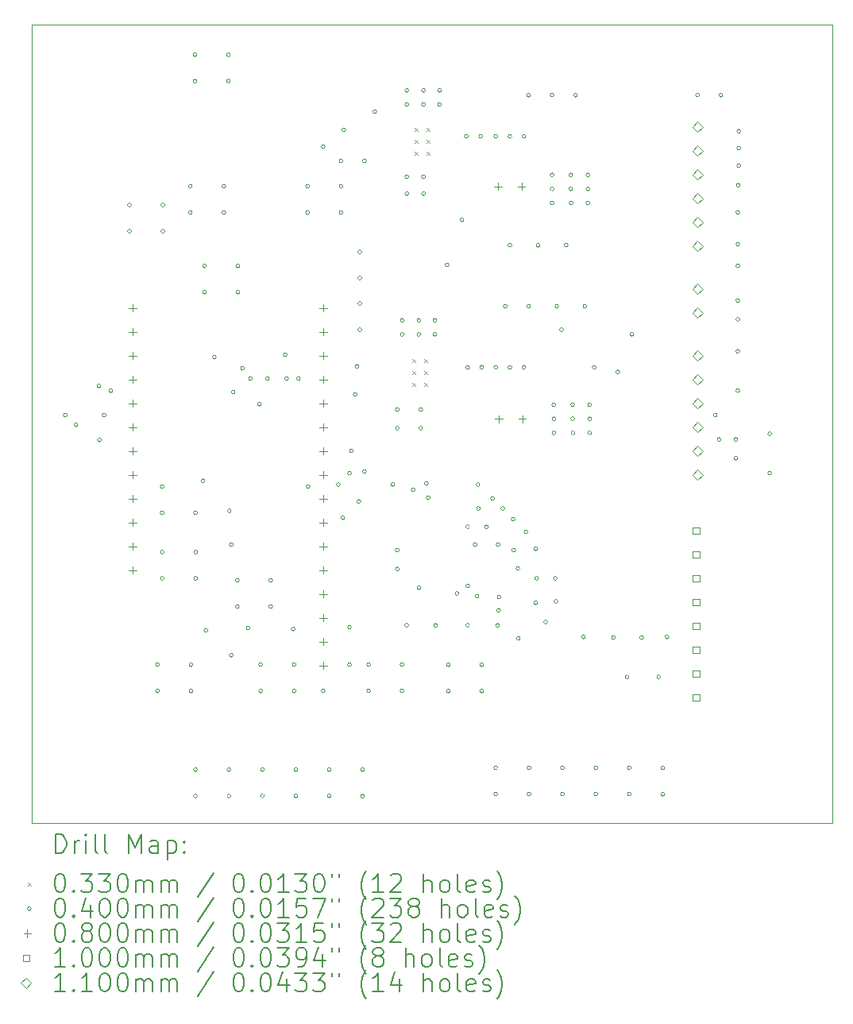
<source format=gbr>
%TF.GenerationSoftware,KiCad,Pcbnew,7.0.7*%
%TF.CreationDate,2023-11-09T13:22:12-08:00*%
%TF.ProjectId,Balance_Bot,42616c61-6e63-4655-9f42-6f742e6b6963,rev?*%
%TF.SameCoordinates,Original*%
%TF.FileFunction,Drillmap*%
%TF.FilePolarity,Positive*%
%FSLAX45Y45*%
G04 Gerber Fmt 4.5, Leading zero omitted, Abs format (unit mm)*
G04 Created by KiCad (PCBNEW 7.0.7) date 2023-11-09 13:22:12*
%MOMM*%
%LPD*%
G01*
G04 APERTURE LIST*
%ADD10C,0.100000*%
%ADD11C,0.200000*%
%ADD12C,0.033000*%
%ADD13C,0.040000*%
%ADD14C,0.080000*%
%ADD15C,0.110000*%
G04 APERTURE END LIST*
D10*
X11951700Y-6102100D02*
X20485100Y-6102100D01*
X20485100Y-14611100D01*
X11951700Y-14611100D01*
X11951700Y-6102100D01*
D11*
D12*
X16007900Y-9660900D02*
X16040900Y-9693900D01*
X16040900Y-9660900D02*
X16007900Y-9693900D01*
X16007900Y-9790900D02*
X16040900Y-9823900D01*
X16040900Y-9790900D02*
X16007900Y-9823900D01*
X16007900Y-9920900D02*
X16040900Y-9953900D01*
X16040900Y-9920900D02*
X16007900Y-9953900D01*
X16033300Y-7197100D02*
X16066300Y-7230100D01*
X16066300Y-7197100D02*
X16033300Y-7230100D01*
X16033300Y-7327100D02*
X16066300Y-7360100D01*
X16066300Y-7327100D02*
X16033300Y-7360100D01*
X16033300Y-7457100D02*
X16066300Y-7490100D01*
X16066300Y-7457100D02*
X16033300Y-7490100D01*
X16137900Y-9660900D02*
X16170900Y-9693900D01*
X16170900Y-9660900D02*
X16137900Y-9693900D01*
X16137900Y-9790900D02*
X16170900Y-9823900D01*
X16170900Y-9790900D02*
X16137900Y-9823900D01*
X16137900Y-9920900D02*
X16170900Y-9953900D01*
X16170900Y-9920900D02*
X16137900Y-9953900D01*
X16163300Y-7197100D02*
X16196300Y-7230100D01*
X16196300Y-7197100D02*
X16163300Y-7230100D01*
X16163300Y-7327100D02*
X16196300Y-7360100D01*
X16196300Y-7327100D02*
X16163300Y-7360100D01*
X16163300Y-7457100D02*
X16196300Y-7490100D01*
X16196300Y-7457100D02*
X16163300Y-7490100D01*
D13*
X12330000Y-10260000D02*
G75*
G03*
X12330000Y-10260000I-20000J0D01*
G01*
X12445000Y-10365000D02*
G75*
G03*
X12445000Y-10365000I-20000J0D01*
G01*
X12690000Y-9950000D02*
G75*
G03*
X12690000Y-9950000I-20000J0D01*
G01*
X12695000Y-10525000D02*
G75*
G03*
X12695000Y-10525000I-20000J0D01*
G01*
X12745000Y-10260000D02*
G75*
G03*
X12745000Y-10260000I-20000J0D01*
G01*
X12815000Y-10000000D02*
G75*
G03*
X12815000Y-10000000I-20000J0D01*
G01*
X13013680Y-8020000D02*
G75*
G03*
X13013680Y-8020000I-20000J0D01*
G01*
X13013680Y-8300000D02*
G75*
G03*
X13013680Y-8300000I-20000J0D01*
G01*
X13313680Y-12920000D02*
G75*
G03*
X13313680Y-12920000I-20000J0D01*
G01*
X13313680Y-13200000D02*
G75*
G03*
X13313680Y-13200000I-20000J0D01*
G01*
X13363680Y-11020000D02*
G75*
G03*
X13363680Y-11020000I-20000J0D01*
G01*
X13363680Y-11300000D02*
G75*
G03*
X13363680Y-11300000I-20000J0D01*
G01*
X13363680Y-11720000D02*
G75*
G03*
X13363680Y-11720000I-20000J0D01*
G01*
X13363680Y-12000000D02*
G75*
G03*
X13363680Y-12000000I-20000J0D01*
G01*
X13370000Y-8020000D02*
G75*
G03*
X13370000Y-8020000I-20000J0D01*
G01*
X13370000Y-8300000D02*
G75*
G03*
X13370000Y-8300000I-20000J0D01*
G01*
X13663680Y-7820000D02*
G75*
G03*
X13663680Y-7820000I-20000J0D01*
G01*
X13663680Y-8100000D02*
G75*
G03*
X13663680Y-8100000I-20000J0D01*
G01*
X13670000Y-12920000D02*
G75*
G03*
X13670000Y-12920000I-20000J0D01*
G01*
X13670000Y-13200000D02*
G75*
G03*
X13670000Y-13200000I-20000J0D01*
G01*
X13713680Y-6420000D02*
G75*
G03*
X13713680Y-6420000I-20000J0D01*
G01*
X13713680Y-6700000D02*
G75*
G03*
X13713680Y-6700000I-20000J0D01*
G01*
X13718400Y-14039000D02*
G75*
G03*
X13718400Y-14039000I-20000J0D01*
G01*
X13718400Y-14319000D02*
G75*
G03*
X13718400Y-14319000I-20000J0D01*
G01*
X13720000Y-11300000D02*
G75*
G03*
X13720000Y-11300000I-20000J0D01*
G01*
X13720000Y-11720000D02*
G75*
G03*
X13720000Y-11720000I-20000J0D01*
G01*
X13720000Y-12000000D02*
G75*
G03*
X13720000Y-12000000I-20000J0D01*
G01*
X13800000Y-10960000D02*
G75*
G03*
X13800000Y-10960000I-20000J0D01*
G01*
X13813680Y-8670000D02*
G75*
G03*
X13813680Y-8670000I-20000J0D01*
G01*
X13813680Y-8950000D02*
G75*
G03*
X13813680Y-8950000I-20000J0D01*
G01*
X13830000Y-12555000D02*
G75*
G03*
X13830000Y-12555000I-20000J0D01*
G01*
X13920000Y-9640000D02*
G75*
G03*
X13920000Y-9640000I-20000J0D01*
G01*
X14020000Y-7820000D02*
G75*
G03*
X14020000Y-7820000I-20000J0D01*
G01*
X14020000Y-8100000D02*
G75*
G03*
X14020000Y-8100000I-20000J0D01*
G01*
X14070000Y-6420000D02*
G75*
G03*
X14070000Y-6420000I-20000J0D01*
G01*
X14070000Y-6700000D02*
G75*
G03*
X14070000Y-6700000I-20000J0D01*
G01*
X14074720Y-14039000D02*
G75*
G03*
X14074720Y-14039000I-20000J0D01*
G01*
X14074720Y-14319000D02*
G75*
G03*
X14074720Y-14319000I-20000J0D01*
G01*
X14080000Y-11280000D02*
G75*
G03*
X14080000Y-11280000I-20000J0D01*
G01*
X14100000Y-11640000D02*
G75*
G03*
X14100000Y-11640000I-20000J0D01*
G01*
X14100000Y-12820000D02*
G75*
G03*
X14100000Y-12820000I-20000J0D01*
G01*
X14120000Y-10015000D02*
G75*
G03*
X14120000Y-10015000I-20000J0D01*
G01*
X14163680Y-12020000D02*
G75*
G03*
X14163680Y-12020000I-20000J0D01*
G01*
X14163680Y-12300000D02*
G75*
G03*
X14163680Y-12300000I-20000J0D01*
G01*
X14170000Y-8670000D02*
G75*
G03*
X14170000Y-8670000I-20000J0D01*
G01*
X14170000Y-8950000D02*
G75*
G03*
X14170000Y-8950000I-20000J0D01*
G01*
X14220000Y-9760000D02*
G75*
G03*
X14220000Y-9760000I-20000J0D01*
G01*
X14280000Y-12530000D02*
G75*
G03*
X14280000Y-12530000I-20000J0D01*
G01*
X14305000Y-9870000D02*
G75*
G03*
X14305000Y-9870000I-20000J0D01*
G01*
X14400000Y-10145000D02*
G75*
G03*
X14400000Y-10145000I-20000J0D01*
G01*
X14413680Y-12920000D02*
G75*
G03*
X14413680Y-12920000I-20000J0D01*
G01*
X14413680Y-13200000D02*
G75*
G03*
X14413680Y-13200000I-20000J0D01*
G01*
X14431040Y-14039000D02*
G75*
G03*
X14431040Y-14039000I-20000J0D01*
G01*
X14431040Y-14319000D02*
G75*
G03*
X14431040Y-14319000I-20000J0D01*
G01*
X14485000Y-9870000D02*
G75*
G03*
X14485000Y-9870000I-20000J0D01*
G01*
X14520000Y-12020000D02*
G75*
G03*
X14520000Y-12020000I-20000J0D01*
G01*
X14520000Y-12300000D02*
G75*
G03*
X14520000Y-12300000I-20000J0D01*
G01*
X14675000Y-9615000D02*
G75*
G03*
X14675000Y-9615000I-20000J0D01*
G01*
X14690000Y-9870000D02*
G75*
G03*
X14690000Y-9870000I-20000J0D01*
G01*
X14760000Y-12540000D02*
G75*
G03*
X14760000Y-12540000I-20000J0D01*
G01*
X14770000Y-12920000D02*
G75*
G03*
X14770000Y-12920000I-20000J0D01*
G01*
X14770000Y-13200000D02*
G75*
G03*
X14770000Y-13200000I-20000J0D01*
G01*
X14787360Y-14039000D02*
G75*
G03*
X14787360Y-14039000I-20000J0D01*
G01*
X14787360Y-14319000D02*
G75*
G03*
X14787360Y-14319000I-20000J0D01*
G01*
X14815000Y-9870000D02*
G75*
G03*
X14815000Y-9870000I-20000J0D01*
G01*
X14913680Y-7820000D02*
G75*
G03*
X14913680Y-7820000I-20000J0D01*
G01*
X14913680Y-8100000D02*
G75*
G03*
X14913680Y-8100000I-20000J0D01*
G01*
X14920000Y-11020000D02*
G75*
G03*
X14920000Y-11020000I-20000J0D01*
G01*
X15080000Y-7400000D02*
G75*
G03*
X15080000Y-7400000I-20000J0D01*
G01*
X15080000Y-13200000D02*
G75*
G03*
X15080000Y-13200000I-20000J0D01*
G01*
X15143680Y-14039000D02*
G75*
G03*
X15143680Y-14039000I-20000J0D01*
G01*
X15143680Y-14319000D02*
G75*
G03*
X15143680Y-14319000I-20000J0D01*
G01*
X15240000Y-11000000D02*
G75*
G03*
X15240000Y-11000000I-20000J0D01*
G01*
X15270000Y-7550000D02*
G75*
G03*
X15270000Y-7550000I-20000J0D01*
G01*
X15270000Y-7820000D02*
G75*
G03*
X15270000Y-7820000I-20000J0D01*
G01*
X15270000Y-8100000D02*
G75*
G03*
X15270000Y-8100000I-20000J0D01*
G01*
X15290000Y-11355000D02*
G75*
G03*
X15290000Y-11355000I-20000J0D01*
G01*
X15300000Y-7220000D02*
G75*
G03*
X15300000Y-7220000I-20000J0D01*
G01*
X15360000Y-10880000D02*
G75*
G03*
X15360000Y-10880000I-20000J0D01*
G01*
X15360000Y-12520000D02*
G75*
G03*
X15360000Y-12520000I-20000J0D01*
G01*
X15360000Y-12920000D02*
G75*
G03*
X15360000Y-12920000I-20000J0D01*
G01*
X15380000Y-10640000D02*
G75*
G03*
X15380000Y-10640000I-20000J0D01*
G01*
X15420000Y-10040000D02*
G75*
G03*
X15420000Y-10040000I-20000J0D01*
G01*
X15440000Y-9740000D02*
G75*
G03*
X15440000Y-9740000I-20000J0D01*
G01*
X15460000Y-11180000D02*
G75*
G03*
X15460000Y-11180000I-20000J0D01*
G01*
X15470000Y-8520000D02*
G75*
G03*
X15470000Y-8520000I-20000J0D01*
G01*
X15470000Y-8800000D02*
G75*
G03*
X15470000Y-8800000I-20000J0D01*
G01*
X15470000Y-9070000D02*
G75*
G03*
X15470000Y-9070000I-20000J0D01*
G01*
X15470000Y-9350000D02*
G75*
G03*
X15470000Y-9350000I-20000J0D01*
G01*
X15500000Y-14040000D02*
G75*
G03*
X15500000Y-14040000I-20000J0D01*
G01*
X15500000Y-14320000D02*
G75*
G03*
X15500000Y-14320000I-20000J0D01*
G01*
X15520000Y-7550000D02*
G75*
G03*
X15520000Y-7550000I-20000J0D01*
G01*
X15520000Y-10860000D02*
G75*
G03*
X15520000Y-10860000I-20000J0D01*
G01*
X15563680Y-12920000D02*
G75*
G03*
X15563680Y-12920000I-20000J0D01*
G01*
X15563680Y-13200000D02*
G75*
G03*
X15563680Y-13200000I-20000J0D01*
G01*
X15630000Y-7025000D02*
G75*
G03*
X15630000Y-7025000I-20000J0D01*
G01*
X15820000Y-11000000D02*
G75*
G03*
X15820000Y-11000000I-20000J0D01*
G01*
X15870000Y-10200000D02*
G75*
G03*
X15870000Y-10200000I-20000J0D01*
G01*
X15870000Y-10400000D02*
G75*
G03*
X15870000Y-10400000I-20000J0D01*
G01*
X15870000Y-11700000D02*
G75*
G03*
X15870000Y-11700000I-20000J0D01*
G01*
X15870000Y-11900000D02*
G75*
G03*
X15870000Y-11900000I-20000J0D01*
G01*
X15920000Y-12920000D02*
G75*
G03*
X15920000Y-12920000I-20000J0D01*
G01*
X15920000Y-13200000D02*
G75*
G03*
X15920000Y-13200000I-20000J0D01*
G01*
X15921200Y-9250000D02*
G75*
G03*
X15921200Y-9250000I-20000J0D01*
G01*
X15921200Y-9400000D02*
G75*
G03*
X15921200Y-9400000I-20000J0D01*
G01*
X15970000Y-12500000D02*
G75*
G03*
X15970000Y-12500000I-20000J0D01*
G01*
X15971200Y-6800000D02*
G75*
G03*
X15971200Y-6800000I-20000J0D01*
G01*
X15971200Y-6950000D02*
G75*
G03*
X15971200Y-6950000I-20000J0D01*
G01*
X15971200Y-7721600D02*
G75*
G03*
X15971200Y-7721600I-20000J0D01*
G01*
X15971200Y-7900000D02*
G75*
G03*
X15971200Y-7900000I-20000J0D01*
G01*
X16040000Y-11055000D02*
G75*
G03*
X16040000Y-11055000I-20000J0D01*
G01*
X16099000Y-9250000D02*
G75*
G03*
X16099000Y-9250000I-20000J0D01*
G01*
X16099000Y-9400000D02*
G75*
G03*
X16099000Y-9400000I-20000J0D01*
G01*
X16100000Y-12100000D02*
G75*
G03*
X16100000Y-12100000I-20000J0D01*
G01*
X16120000Y-10200000D02*
G75*
G03*
X16120000Y-10200000I-20000J0D01*
G01*
X16120000Y-10400000D02*
G75*
G03*
X16120000Y-10400000I-20000J0D01*
G01*
X16149000Y-6800000D02*
G75*
G03*
X16149000Y-6800000I-20000J0D01*
G01*
X16149000Y-6950000D02*
G75*
G03*
X16149000Y-6950000I-20000J0D01*
G01*
X16149000Y-7721600D02*
G75*
G03*
X16149000Y-7721600I-20000J0D01*
G01*
X16149000Y-7900000D02*
G75*
G03*
X16149000Y-7900000I-20000J0D01*
G01*
X16180000Y-10990000D02*
G75*
G03*
X16180000Y-10990000I-20000J0D01*
G01*
X16200000Y-11140000D02*
G75*
G03*
X16200000Y-11140000I-20000J0D01*
G01*
X16270000Y-9250000D02*
G75*
G03*
X16270000Y-9250000I-20000J0D01*
G01*
X16270000Y-9400000D02*
G75*
G03*
X16270000Y-9400000I-20000J0D01*
G01*
X16280000Y-12500000D02*
G75*
G03*
X16280000Y-12500000I-20000J0D01*
G01*
X16320000Y-6800000D02*
G75*
G03*
X16320000Y-6800000I-20000J0D01*
G01*
X16320000Y-6950000D02*
G75*
G03*
X16320000Y-6950000I-20000J0D01*
G01*
X16400000Y-8660000D02*
G75*
G03*
X16400000Y-8660000I-20000J0D01*
G01*
X16413680Y-12920000D02*
G75*
G03*
X16413680Y-12920000I-20000J0D01*
G01*
X16413680Y-13200000D02*
G75*
G03*
X16413680Y-13200000I-20000J0D01*
G01*
X16505000Y-12160000D02*
G75*
G03*
X16505000Y-12160000I-20000J0D01*
G01*
X16560000Y-8180000D02*
G75*
G03*
X16560000Y-8180000I-20000J0D01*
G01*
X16606200Y-7289800D02*
G75*
G03*
X16606200Y-7289800I-20000J0D01*
G01*
X16620000Y-9750000D02*
G75*
G03*
X16620000Y-9750000I-20000J0D01*
G01*
X16620000Y-11450000D02*
G75*
G03*
X16620000Y-11450000I-20000J0D01*
G01*
X16620000Y-12080000D02*
G75*
G03*
X16620000Y-12080000I-20000J0D01*
G01*
X16620000Y-12500000D02*
G75*
G03*
X16620000Y-12500000I-20000J0D01*
G01*
X16700000Y-11640000D02*
G75*
G03*
X16700000Y-11640000I-20000J0D01*
G01*
X16720000Y-12190000D02*
G75*
G03*
X16720000Y-12190000I-20000J0D01*
G01*
X16730000Y-11000000D02*
G75*
G03*
X16730000Y-11000000I-20000J0D01*
G01*
X16735000Y-11255000D02*
G75*
G03*
X16735000Y-11255000I-20000J0D01*
G01*
X16758600Y-7289800D02*
G75*
G03*
X16758600Y-7289800I-20000J0D01*
G01*
X16770000Y-9750000D02*
G75*
G03*
X16770000Y-9750000I-20000J0D01*
G01*
X16770000Y-12920000D02*
G75*
G03*
X16770000Y-12920000I-20000J0D01*
G01*
X16770000Y-13200000D02*
G75*
G03*
X16770000Y-13200000I-20000J0D01*
G01*
X16820000Y-11450000D02*
G75*
G03*
X16820000Y-11450000I-20000J0D01*
G01*
X16885000Y-11150000D02*
G75*
G03*
X16885000Y-11150000I-20000J0D01*
G01*
X16918400Y-14019000D02*
G75*
G03*
X16918400Y-14019000I-20000J0D01*
G01*
X16918400Y-14299000D02*
G75*
G03*
X16918400Y-14299000I-20000J0D01*
G01*
X16920000Y-7289800D02*
G75*
G03*
X16920000Y-7289800I-20000J0D01*
G01*
X16920000Y-9750000D02*
G75*
G03*
X16920000Y-9750000I-20000J0D01*
G01*
X16940000Y-12500000D02*
G75*
G03*
X16940000Y-12500000I-20000J0D01*
G01*
X16945000Y-11640000D02*
G75*
G03*
X16945000Y-11640000I-20000J0D01*
G01*
X16950000Y-12340000D02*
G75*
G03*
X16950000Y-12340000I-20000J0D01*
G01*
X16955000Y-12200000D02*
G75*
G03*
X16955000Y-12200000I-20000J0D01*
G01*
X16995000Y-11255000D02*
G75*
G03*
X16995000Y-11255000I-20000J0D01*
G01*
X17020000Y-9100000D02*
G75*
G03*
X17020000Y-9100000I-20000J0D01*
G01*
X17070000Y-7289800D02*
G75*
G03*
X17070000Y-7289800I-20000J0D01*
G01*
X17070000Y-8450000D02*
G75*
G03*
X17070000Y-8450000I-20000J0D01*
G01*
X17070000Y-9750000D02*
G75*
G03*
X17070000Y-9750000I-20000J0D01*
G01*
X17105000Y-11370000D02*
G75*
G03*
X17105000Y-11370000I-20000J0D01*
G01*
X17110000Y-11700000D02*
G75*
G03*
X17110000Y-11700000I-20000J0D01*
G01*
X17155000Y-11895000D02*
G75*
G03*
X17155000Y-11895000I-20000J0D01*
G01*
X17160000Y-12640000D02*
G75*
G03*
X17160000Y-12640000I-20000J0D01*
G01*
X17220000Y-7289800D02*
G75*
G03*
X17220000Y-7289800I-20000J0D01*
G01*
X17220000Y-9750000D02*
G75*
G03*
X17220000Y-9750000I-20000J0D01*
G01*
X17240000Y-11505000D02*
G75*
G03*
X17240000Y-11505000I-20000J0D01*
G01*
X17270000Y-6850000D02*
G75*
G03*
X17270000Y-6850000I-20000J0D01*
G01*
X17270000Y-9100000D02*
G75*
G03*
X17270000Y-9100000I-20000J0D01*
G01*
X17274720Y-14019000D02*
G75*
G03*
X17274720Y-14019000I-20000J0D01*
G01*
X17274720Y-14299000D02*
G75*
G03*
X17274720Y-14299000I-20000J0D01*
G01*
X17345000Y-11685000D02*
G75*
G03*
X17345000Y-11685000I-20000J0D01*
G01*
X17345000Y-12260000D02*
G75*
G03*
X17345000Y-12260000I-20000J0D01*
G01*
X17355000Y-12000000D02*
G75*
G03*
X17355000Y-12000000I-20000J0D01*
G01*
X17370000Y-8450000D02*
G75*
G03*
X17370000Y-8450000I-20000J0D01*
G01*
X17450000Y-12465000D02*
G75*
G03*
X17450000Y-12465000I-20000J0D01*
G01*
X17520000Y-6850000D02*
G75*
G03*
X17520000Y-6850000I-20000J0D01*
G01*
X17520000Y-7700000D02*
G75*
G03*
X17520000Y-7700000I-20000J0D01*
G01*
X17520000Y-7850000D02*
G75*
G03*
X17520000Y-7850000I-20000J0D01*
G01*
X17520000Y-8001000D02*
G75*
G03*
X17520000Y-8001000I-20000J0D01*
G01*
X17538400Y-10149000D02*
G75*
G03*
X17538400Y-10149000I-20000J0D01*
G01*
X17538400Y-10299000D02*
G75*
G03*
X17538400Y-10299000I-20000J0D01*
G01*
X17538400Y-10450000D02*
G75*
G03*
X17538400Y-10450000I-20000J0D01*
G01*
X17555000Y-12000000D02*
G75*
G03*
X17555000Y-12000000I-20000J0D01*
G01*
X17560000Y-12245000D02*
G75*
G03*
X17560000Y-12245000I-20000J0D01*
G01*
X17570000Y-9100000D02*
G75*
G03*
X17570000Y-9100000I-20000J0D01*
G01*
X17620000Y-9350000D02*
G75*
G03*
X17620000Y-9350000I-20000J0D01*
G01*
X17631040Y-14019000D02*
G75*
G03*
X17631040Y-14019000I-20000J0D01*
G01*
X17631040Y-14299000D02*
G75*
G03*
X17631040Y-14299000I-20000J0D01*
G01*
X17670000Y-8450000D02*
G75*
G03*
X17670000Y-8450000I-20000J0D01*
G01*
X17720000Y-7700000D02*
G75*
G03*
X17720000Y-7700000I-20000J0D01*
G01*
X17720000Y-7850000D02*
G75*
G03*
X17720000Y-7850000I-20000J0D01*
G01*
X17723800Y-8001000D02*
G75*
G03*
X17723800Y-8001000I-20000J0D01*
G01*
X17738400Y-10149000D02*
G75*
G03*
X17738400Y-10149000I-20000J0D01*
G01*
X17738400Y-10299000D02*
G75*
G03*
X17738400Y-10299000I-20000J0D01*
G01*
X17742200Y-10450000D02*
G75*
G03*
X17742200Y-10450000I-20000J0D01*
G01*
X17770000Y-6850000D02*
G75*
G03*
X17770000Y-6850000I-20000J0D01*
G01*
X17855000Y-12625000D02*
G75*
G03*
X17855000Y-12625000I-20000J0D01*
G01*
X17870000Y-9100000D02*
G75*
G03*
X17870000Y-9100000I-20000J0D01*
G01*
X17901600Y-7700000D02*
G75*
G03*
X17901600Y-7700000I-20000J0D01*
G01*
X17901600Y-7850000D02*
G75*
G03*
X17901600Y-7850000I-20000J0D01*
G01*
X17901600Y-8001000D02*
G75*
G03*
X17901600Y-8001000I-20000J0D01*
G01*
X17920000Y-10149000D02*
G75*
G03*
X17920000Y-10149000I-20000J0D01*
G01*
X17920000Y-10299000D02*
G75*
G03*
X17920000Y-10299000I-20000J0D01*
G01*
X17920000Y-10450000D02*
G75*
G03*
X17920000Y-10450000I-20000J0D01*
G01*
X17970000Y-9750000D02*
G75*
G03*
X17970000Y-9750000I-20000J0D01*
G01*
X17987360Y-14019000D02*
G75*
G03*
X17987360Y-14019000I-20000J0D01*
G01*
X17987360Y-14299000D02*
G75*
G03*
X17987360Y-14299000I-20000J0D01*
G01*
X18175000Y-12630000D02*
G75*
G03*
X18175000Y-12630000I-20000J0D01*
G01*
X18220000Y-9800000D02*
G75*
G03*
X18220000Y-9800000I-20000J0D01*
G01*
X18320000Y-13050000D02*
G75*
G03*
X18320000Y-13050000I-20000J0D01*
G01*
X18343680Y-14019000D02*
G75*
G03*
X18343680Y-14019000I-20000J0D01*
G01*
X18343680Y-14299000D02*
G75*
G03*
X18343680Y-14299000I-20000J0D01*
G01*
X18370000Y-9400000D02*
G75*
G03*
X18370000Y-9400000I-20000J0D01*
G01*
X18475000Y-12630000D02*
G75*
G03*
X18475000Y-12630000I-20000J0D01*
G01*
X18655000Y-13050000D02*
G75*
G03*
X18655000Y-13050000I-20000J0D01*
G01*
X18700000Y-14020000D02*
G75*
G03*
X18700000Y-14020000I-20000J0D01*
G01*
X18700000Y-14300000D02*
G75*
G03*
X18700000Y-14300000I-20000J0D01*
G01*
X18745000Y-12625000D02*
G75*
G03*
X18745000Y-12625000I-20000J0D01*
G01*
X19070000Y-6850000D02*
G75*
G03*
X19070000Y-6850000I-20000J0D01*
G01*
X19260000Y-10260000D02*
G75*
G03*
X19260000Y-10260000I-20000J0D01*
G01*
X19300000Y-10520000D02*
G75*
G03*
X19300000Y-10520000I-20000J0D01*
G01*
X19320000Y-6850000D02*
G75*
G03*
X19320000Y-6850000I-20000J0D01*
G01*
X19480000Y-10520000D02*
G75*
G03*
X19480000Y-10520000I-20000J0D01*
G01*
X19480000Y-10720000D02*
G75*
G03*
X19480000Y-10720000I-20000J0D01*
G01*
X19500000Y-8100000D02*
G75*
G03*
X19500000Y-8100000I-20000J0D01*
G01*
X19500000Y-8440000D02*
G75*
G03*
X19500000Y-8440000I-20000J0D01*
G01*
X19500000Y-8670000D02*
G75*
G03*
X19500000Y-8670000I-20000J0D01*
G01*
X19500000Y-9040000D02*
G75*
G03*
X19500000Y-9040000I-20000J0D01*
G01*
X19500000Y-9240000D02*
G75*
G03*
X19500000Y-9240000I-20000J0D01*
G01*
X19500000Y-9580000D02*
G75*
G03*
X19500000Y-9580000I-20000J0D01*
G01*
X19500000Y-10000000D02*
G75*
G03*
X19500000Y-10000000I-20000J0D01*
G01*
X19505000Y-7810000D02*
G75*
G03*
X19505000Y-7810000I-20000J0D01*
G01*
X19510000Y-7235000D02*
G75*
G03*
X19510000Y-7235000I-20000J0D01*
G01*
X19510000Y-7415000D02*
G75*
G03*
X19510000Y-7415000I-20000J0D01*
G01*
X19510000Y-7600000D02*
G75*
G03*
X19510000Y-7600000I-20000J0D01*
G01*
X19840000Y-10460000D02*
G75*
G03*
X19840000Y-10460000I-20000J0D01*
G01*
X19840000Y-10880000D02*
G75*
G03*
X19840000Y-10880000I-20000J0D01*
G01*
D14*
X13030200Y-9078600D02*
X13030200Y-9158600D01*
X12990200Y-9118600D02*
X13070200Y-9118600D01*
X13030200Y-9332600D02*
X13030200Y-9412600D01*
X12990200Y-9372600D02*
X13070200Y-9372600D01*
X13030200Y-9586600D02*
X13030200Y-9666600D01*
X12990200Y-9626600D02*
X13070200Y-9626600D01*
X13030200Y-9840600D02*
X13030200Y-9920600D01*
X12990200Y-9880600D02*
X13070200Y-9880600D01*
X13030200Y-10094600D02*
X13030200Y-10174600D01*
X12990200Y-10134600D02*
X13070200Y-10134600D01*
X13030200Y-10348600D02*
X13030200Y-10428600D01*
X12990200Y-10388600D02*
X13070200Y-10388600D01*
X13030200Y-10602600D02*
X13030200Y-10682600D01*
X12990200Y-10642600D02*
X13070200Y-10642600D01*
X13030200Y-10856600D02*
X13030200Y-10936600D01*
X12990200Y-10896600D02*
X13070200Y-10896600D01*
X13030200Y-11110600D02*
X13030200Y-11190600D01*
X12990200Y-11150600D02*
X13070200Y-11150600D01*
X13030200Y-11364600D02*
X13030200Y-11444600D01*
X12990200Y-11404600D02*
X13070200Y-11404600D01*
X13030200Y-11618600D02*
X13030200Y-11698600D01*
X12990200Y-11658600D02*
X13070200Y-11658600D01*
X13030200Y-11872600D02*
X13030200Y-11952600D01*
X12990200Y-11912600D02*
X13070200Y-11912600D01*
X15062200Y-9078600D02*
X15062200Y-9158600D01*
X15022200Y-9118600D02*
X15102200Y-9118600D01*
X15062200Y-9332600D02*
X15062200Y-9412600D01*
X15022200Y-9372600D02*
X15102200Y-9372600D01*
X15062200Y-9586600D02*
X15062200Y-9666600D01*
X15022200Y-9626600D02*
X15102200Y-9626600D01*
X15062200Y-9840600D02*
X15062200Y-9920600D01*
X15022200Y-9880600D02*
X15102200Y-9880600D01*
X15062200Y-10094600D02*
X15062200Y-10174600D01*
X15022200Y-10134600D02*
X15102200Y-10134600D01*
X15062200Y-10348600D02*
X15062200Y-10428600D01*
X15022200Y-10388600D02*
X15102200Y-10388600D01*
X15062200Y-10602600D02*
X15062200Y-10682600D01*
X15022200Y-10642600D02*
X15102200Y-10642600D01*
X15062200Y-10856600D02*
X15062200Y-10936600D01*
X15022200Y-10896600D02*
X15102200Y-10896600D01*
X15062200Y-11110600D02*
X15062200Y-11190600D01*
X15022200Y-11150600D02*
X15102200Y-11150600D01*
X15062200Y-11364600D02*
X15062200Y-11444600D01*
X15022200Y-11404600D02*
X15102200Y-11404600D01*
X15062200Y-11618600D02*
X15062200Y-11698600D01*
X15022200Y-11658600D02*
X15102200Y-11658600D01*
X15062200Y-11872600D02*
X15062200Y-11952600D01*
X15022200Y-11912600D02*
X15102200Y-11912600D01*
X15062200Y-12126600D02*
X15062200Y-12206600D01*
X15022200Y-12166600D02*
X15102200Y-12166600D01*
X15062200Y-12380600D02*
X15062200Y-12460600D01*
X15022200Y-12420600D02*
X15102200Y-12420600D01*
X15062200Y-12634600D02*
X15062200Y-12714600D01*
X15022200Y-12674600D02*
X15102200Y-12674600D01*
X15062200Y-12888600D02*
X15062200Y-12968600D01*
X15022200Y-12928600D02*
X15102200Y-12928600D01*
X16925162Y-7783200D02*
X16925162Y-7863200D01*
X16885162Y-7823200D02*
X16965162Y-7823200D01*
X16931762Y-10260000D02*
X16931762Y-10340000D01*
X16891762Y-10300000D02*
X16971762Y-10300000D01*
X17175162Y-7783200D02*
X17175162Y-7863200D01*
X17135162Y-7823200D02*
X17215162Y-7823200D01*
X17181762Y-10260000D02*
X17181762Y-10340000D01*
X17141762Y-10300000D02*
X17221762Y-10300000D01*
D10*
X19070356Y-11524803D02*
X19070356Y-11454091D01*
X18999644Y-11454091D01*
X18999644Y-11524803D01*
X19070356Y-11524803D01*
X19070356Y-11778803D02*
X19070356Y-11708091D01*
X18999644Y-11708091D01*
X18999644Y-11778803D01*
X19070356Y-11778803D01*
X19070356Y-12032803D02*
X19070356Y-11962091D01*
X18999644Y-11962091D01*
X18999644Y-12032803D01*
X19070356Y-12032803D01*
X19070356Y-12286803D02*
X19070356Y-12216091D01*
X18999644Y-12216091D01*
X18999644Y-12286803D01*
X19070356Y-12286803D01*
X19070356Y-12540803D02*
X19070356Y-12470091D01*
X18999644Y-12470091D01*
X18999644Y-12540803D01*
X19070356Y-12540803D01*
X19070356Y-12794803D02*
X19070356Y-12724091D01*
X18999644Y-12724091D01*
X18999644Y-12794803D01*
X19070356Y-12794803D01*
X19070356Y-13048803D02*
X19070356Y-12978091D01*
X18999644Y-12978091D01*
X18999644Y-13048803D01*
X19070356Y-13048803D01*
X19070356Y-13302803D02*
X19070356Y-13232091D01*
X18999644Y-13232091D01*
X18999644Y-13302803D01*
X19070356Y-13302803D01*
D15*
X19050000Y-7243200D02*
X19105000Y-7188200D01*
X19050000Y-7133200D01*
X18995000Y-7188200D01*
X19050000Y-7243200D01*
X19050000Y-7497200D02*
X19105000Y-7442200D01*
X19050000Y-7387200D01*
X18995000Y-7442200D01*
X19050000Y-7497200D01*
X19050000Y-7751200D02*
X19105000Y-7696200D01*
X19050000Y-7641200D01*
X18995000Y-7696200D01*
X19050000Y-7751200D01*
X19050000Y-8005200D02*
X19105000Y-7950200D01*
X19050000Y-7895200D01*
X18995000Y-7950200D01*
X19050000Y-8005200D01*
X19050000Y-8259200D02*
X19105000Y-8204200D01*
X19050000Y-8149200D01*
X18995000Y-8204200D01*
X19050000Y-8259200D01*
X19050000Y-8513200D02*
X19105000Y-8458200D01*
X19050000Y-8403200D01*
X18995000Y-8458200D01*
X19050000Y-8513200D01*
X19050000Y-8970400D02*
X19105000Y-8915400D01*
X19050000Y-8860400D01*
X18995000Y-8915400D01*
X19050000Y-8970400D01*
X19050000Y-9224400D02*
X19105000Y-9169400D01*
X19050000Y-9114400D01*
X18995000Y-9169400D01*
X19050000Y-9224400D01*
X19050000Y-9681600D02*
X19105000Y-9626600D01*
X19050000Y-9571600D01*
X18995000Y-9626600D01*
X19050000Y-9681600D01*
X19050000Y-9935600D02*
X19105000Y-9880600D01*
X19050000Y-9825600D01*
X18995000Y-9880600D01*
X19050000Y-9935600D01*
X19050000Y-10189600D02*
X19105000Y-10134600D01*
X19050000Y-10079600D01*
X18995000Y-10134600D01*
X19050000Y-10189600D01*
X19050000Y-10443600D02*
X19105000Y-10388600D01*
X19050000Y-10333600D01*
X18995000Y-10388600D01*
X19050000Y-10443600D01*
X19050000Y-10697600D02*
X19105000Y-10642600D01*
X19050000Y-10587600D01*
X18995000Y-10642600D01*
X19050000Y-10697600D01*
X19050000Y-10951600D02*
X19105000Y-10896600D01*
X19050000Y-10841600D01*
X18995000Y-10896600D01*
X19050000Y-10951600D01*
D11*
X12207477Y-14927584D02*
X12207477Y-14727584D01*
X12207477Y-14727584D02*
X12255096Y-14727584D01*
X12255096Y-14727584D02*
X12283667Y-14737108D01*
X12283667Y-14737108D02*
X12302715Y-14756155D01*
X12302715Y-14756155D02*
X12312239Y-14775203D01*
X12312239Y-14775203D02*
X12321762Y-14813298D01*
X12321762Y-14813298D02*
X12321762Y-14841869D01*
X12321762Y-14841869D02*
X12312239Y-14879965D01*
X12312239Y-14879965D02*
X12302715Y-14899012D01*
X12302715Y-14899012D02*
X12283667Y-14918060D01*
X12283667Y-14918060D02*
X12255096Y-14927584D01*
X12255096Y-14927584D02*
X12207477Y-14927584D01*
X12407477Y-14927584D02*
X12407477Y-14794250D01*
X12407477Y-14832346D02*
X12417001Y-14813298D01*
X12417001Y-14813298D02*
X12426524Y-14803774D01*
X12426524Y-14803774D02*
X12445572Y-14794250D01*
X12445572Y-14794250D02*
X12464620Y-14794250D01*
X12531286Y-14927584D02*
X12531286Y-14794250D01*
X12531286Y-14727584D02*
X12521762Y-14737108D01*
X12521762Y-14737108D02*
X12531286Y-14746631D01*
X12531286Y-14746631D02*
X12540810Y-14737108D01*
X12540810Y-14737108D02*
X12531286Y-14727584D01*
X12531286Y-14727584D02*
X12531286Y-14746631D01*
X12655096Y-14927584D02*
X12636048Y-14918060D01*
X12636048Y-14918060D02*
X12626524Y-14899012D01*
X12626524Y-14899012D02*
X12626524Y-14727584D01*
X12759858Y-14927584D02*
X12740810Y-14918060D01*
X12740810Y-14918060D02*
X12731286Y-14899012D01*
X12731286Y-14899012D02*
X12731286Y-14727584D01*
X12988429Y-14927584D02*
X12988429Y-14727584D01*
X12988429Y-14727584D02*
X13055096Y-14870441D01*
X13055096Y-14870441D02*
X13121762Y-14727584D01*
X13121762Y-14727584D02*
X13121762Y-14927584D01*
X13302715Y-14927584D02*
X13302715Y-14822822D01*
X13302715Y-14822822D02*
X13293191Y-14803774D01*
X13293191Y-14803774D02*
X13274143Y-14794250D01*
X13274143Y-14794250D02*
X13236048Y-14794250D01*
X13236048Y-14794250D02*
X13217001Y-14803774D01*
X13302715Y-14918060D02*
X13283667Y-14927584D01*
X13283667Y-14927584D02*
X13236048Y-14927584D01*
X13236048Y-14927584D02*
X13217001Y-14918060D01*
X13217001Y-14918060D02*
X13207477Y-14899012D01*
X13207477Y-14899012D02*
X13207477Y-14879965D01*
X13207477Y-14879965D02*
X13217001Y-14860917D01*
X13217001Y-14860917D02*
X13236048Y-14851393D01*
X13236048Y-14851393D02*
X13283667Y-14851393D01*
X13283667Y-14851393D02*
X13302715Y-14841869D01*
X13397953Y-14794250D02*
X13397953Y-14994250D01*
X13397953Y-14803774D02*
X13417001Y-14794250D01*
X13417001Y-14794250D02*
X13455096Y-14794250D01*
X13455096Y-14794250D02*
X13474143Y-14803774D01*
X13474143Y-14803774D02*
X13483667Y-14813298D01*
X13483667Y-14813298D02*
X13493191Y-14832346D01*
X13493191Y-14832346D02*
X13493191Y-14889488D01*
X13493191Y-14889488D02*
X13483667Y-14908536D01*
X13483667Y-14908536D02*
X13474143Y-14918060D01*
X13474143Y-14918060D02*
X13455096Y-14927584D01*
X13455096Y-14927584D02*
X13417001Y-14927584D01*
X13417001Y-14927584D02*
X13397953Y-14918060D01*
X13578905Y-14908536D02*
X13588429Y-14918060D01*
X13588429Y-14918060D02*
X13578905Y-14927584D01*
X13578905Y-14927584D02*
X13569382Y-14918060D01*
X13569382Y-14918060D02*
X13578905Y-14908536D01*
X13578905Y-14908536D02*
X13578905Y-14927584D01*
X13578905Y-14803774D02*
X13588429Y-14813298D01*
X13588429Y-14813298D02*
X13578905Y-14822822D01*
X13578905Y-14822822D02*
X13569382Y-14813298D01*
X13569382Y-14813298D02*
X13578905Y-14803774D01*
X13578905Y-14803774D02*
X13578905Y-14822822D01*
D12*
X11913700Y-15239600D02*
X11946700Y-15272600D01*
X11946700Y-15239600D02*
X11913700Y-15272600D01*
D11*
X12245572Y-15147584D02*
X12264620Y-15147584D01*
X12264620Y-15147584D02*
X12283667Y-15157108D01*
X12283667Y-15157108D02*
X12293191Y-15166631D01*
X12293191Y-15166631D02*
X12302715Y-15185679D01*
X12302715Y-15185679D02*
X12312239Y-15223774D01*
X12312239Y-15223774D02*
X12312239Y-15271393D01*
X12312239Y-15271393D02*
X12302715Y-15309488D01*
X12302715Y-15309488D02*
X12293191Y-15328536D01*
X12293191Y-15328536D02*
X12283667Y-15338060D01*
X12283667Y-15338060D02*
X12264620Y-15347584D01*
X12264620Y-15347584D02*
X12245572Y-15347584D01*
X12245572Y-15347584D02*
X12226524Y-15338060D01*
X12226524Y-15338060D02*
X12217001Y-15328536D01*
X12217001Y-15328536D02*
X12207477Y-15309488D01*
X12207477Y-15309488D02*
X12197953Y-15271393D01*
X12197953Y-15271393D02*
X12197953Y-15223774D01*
X12197953Y-15223774D02*
X12207477Y-15185679D01*
X12207477Y-15185679D02*
X12217001Y-15166631D01*
X12217001Y-15166631D02*
X12226524Y-15157108D01*
X12226524Y-15157108D02*
X12245572Y-15147584D01*
X12397953Y-15328536D02*
X12407477Y-15338060D01*
X12407477Y-15338060D02*
X12397953Y-15347584D01*
X12397953Y-15347584D02*
X12388429Y-15338060D01*
X12388429Y-15338060D02*
X12397953Y-15328536D01*
X12397953Y-15328536D02*
X12397953Y-15347584D01*
X12474143Y-15147584D02*
X12597953Y-15147584D01*
X12597953Y-15147584D02*
X12531286Y-15223774D01*
X12531286Y-15223774D02*
X12559858Y-15223774D01*
X12559858Y-15223774D02*
X12578905Y-15233298D01*
X12578905Y-15233298D02*
X12588429Y-15242822D01*
X12588429Y-15242822D02*
X12597953Y-15261869D01*
X12597953Y-15261869D02*
X12597953Y-15309488D01*
X12597953Y-15309488D02*
X12588429Y-15328536D01*
X12588429Y-15328536D02*
X12578905Y-15338060D01*
X12578905Y-15338060D02*
X12559858Y-15347584D01*
X12559858Y-15347584D02*
X12502715Y-15347584D01*
X12502715Y-15347584D02*
X12483667Y-15338060D01*
X12483667Y-15338060D02*
X12474143Y-15328536D01*
X12664620Y-15147584D02*
X12788429Y-15147584D01*
X12788429Y-15147584D02*
X12721762Y-15223774D01*
X12721762Y-15223774D02*
X12750334Y-15223774D01*
X12750334Y-15223774D02*
X12769382Y-15233298D01*
X12769382Y-15233298D02*
X12778905Y-15242822D01*
X12778905Y-15242822D02*
X12788429Y-15261869D01*
X12788429Y-15261869D02*
X12788429Y-15309488D01*
X12788429Y-15309488D02*
X12778905Y-15328536D01*
X12778905Y-15328536D02*
X12769382Y-15338060D01*
X12769382Y-15338060D02*
X12750334Y-15347584D01*
X12750334Y-15347584D02*
X12693191Y-15347584D01*
X12693191Y-15347584D02*
X12674143Y-15338060D01*
X12674143Y-15338060D02*
X12664620Y-15328536D01*
X12912239Y-15147584D02*
X12931286Y-15147584D01*
X12931286Y-15147584D02*
X12950334Y-15157108D01*
X12950334Y-15157108D02*
X12959858Y-15166631D01*
X12959858Y-15166631D02*
X12969382Y-15185679D01*
X12969382Y-15185679D02*
X12978905Y-15223774D01*
X12978905Y-15223774D02*
X12978905Y-15271393D01*
X12978905Y-15271393D02*
X12969382Y-15309488D01*
X12969382Y-15309488D02*
X12959858Y-15328536D01*
X12959858Y-15328536D02*
X12950334Y-15338060D01*
X12950334Y-15338060D02*
X12931286Y-15347584D01*
X12931286Y-15347584D02*
X12912239Y-15347584D01*
X12912239Y-15347584D02*
X12893191Y-15338060D01*
X12893191Y-15338060D02*
X12883667Y-15328536D01*
X12883667Y-15328536D02*
X12874143Y-15309488D01*
X12874143Y-15309488D02*
X12864620Y-15271393D01*
X12864620Y-15271393D02*
X12864620Y-15223774D01*
X12864620Y-15223774D02*
X12874143Y-15185679D01*
X12874143Y-15185679D02*
X12883667Y-15166631D01*
X12883667Y-15166631D02*
X12893191Y-15157108D01*
X12893191Y-15157108D02*
X12912239Y-15147584D01*
X13064620Y-15347584D02*
X13064620Y-15214250D01*
X13064620Y-15233298D02*
X13074143Y-15223774D01*
X13074143Y-15223774D02*
X13093191Y-15214250D01*
X13093191Y-15214250D02*
X13121763Y-15214250D01*
X13121763Y-15214250D02*
X13140810Y-15223774D01*
X13140810Y-15223774D02*
X13150334Y-15242822D01*
X13150334Y-15242822D02*
X13150334Y-15347584D01*
X13150334Y-15242822D02*
X13159858Y-15223774D01*
X13159858Y-15223774D02*
X13178905Y-15214250D01*
X13178905Y-15214250D02*
X13207477Y-15214250D01*
X13207477Y-15214250D02*
X13226524Y-15223774D01*
X13226524Y-15223774D02*
X13236048Y-15242822D01*
X13236048Y-15242822D02*
X13236048Y-15347584D01*
X13331286Y-15347584D02*
X13331286Y-15214250D01*
X13331286Y-15233298D02*
X13340810Y-15223774D01*
X13340810Y-15223774D02*
X13359858Y-15214250D01*
X13359858Y-15214250D02*
X13388429Y-15214250D01*
X13388429Y-15214250D02*
X13407477Y-15223774D01*
X13407477Y-15223774D02*
X13417001Y-15242822D01*
X13417001Y-15242822D02*
X13417001Y-15347584D01*
X13417001Y-15242822D02*
X13426524Y-15223774D01*
X13426524Y-15223774D02*
X13445572Y-15214250D01*
X13445572Y-15214250D02*
X13474143Y-15214250D01*
X13474143Y-15214250D02*
X13493191Y-15223774D01*
X13493191Y-15223774D02*
X13502715Y-15242822D01*
X13502715Y-15242822D02*
X13502715Y-15347584D01*
X13893191Y-15138060D02*
X13721763Y-15395203D01*
X14150334Y-15147584D02*
X14169382Y-15147584D01*
X14169382Y-15147584D02*
X14188429Y-15157108D01*
X14188429Y-15157108D02*
X14197953Y-15166631D01*
X14197953Y-15166631D02*
X14207477Y-15185679D01*
X14207477Y-15185679D02*
X14217001Y-15223774D01*
X14217001Y-15223774D02*
X14217001Y-15271393D01*
X14217001Y-15271393D02*
X14207477Y-15309488D01*
X14207477Y-15309488D02*
X14197953Y-15328536D01*
X14197953Y-15328536D02*
X14188429Y-15338060D01*
X14188429Y-15338060D02*
X14169382Y-15347584D01*
X14169382Y-15347584D02*
X14150334Y-15347584D01*
X14150334Y-15347584D02*
X14131286Y-15338060D01*
X14131286Y-15338060D02*
X14121763Y-15328536D01*
X14121763Y-15328536D02*
X14112239Y-15309488D01*
X14112239Y-15309488D02*
X14102715Y-15271393D01*
X14102715Y-15271393D02*
X14102715Y-15223774D01*
X14102715Y-15223774D02*
X14112239Y-15185679D01*
X14112239Y-15185679D02*
X14121763Y-15166631D01*
X14121763Y-15166631D02*
X14131286Y-15157108D01*
X14131286Y-15157108D02*
X14150334Y-15147584D01*
X14302715Y-15328536D02*
X14312239Y-15338060D01*
X14312239Y-15338060D02*
X14302715Y-15347584D01*
X14302715Y-15347584D02*
X14293191Y-15338060D01*
X14293191Y-15338060D02*
X14302715Y-15328536D01*
X14302715Y-15328536D02*
X14302715Y-15347584D01*
X14436048Y-15147584D02*
X14455096Y-15147584D01*
X14455096Y-15147584D02*
X14474144Y-15157108D01*
X14474144Y-15157108D02*
X14483667Y-15166631D01*
X14483667Y-15166631D02*
X14493191Y-15185679D01*
X14493191Y-15185679D02*
X14502715Y-15223774D01*
X14502715Y-15223774D02*
X14502715Y-15271393D01*
X14502715Y-15271393D02*
X14493191Y-15309488D01*
X14493191Y-15309488D02*
X14483667Y-15328536D01*
X14483667Y-15328536D02*
X14474144Y-15338060D01*
X14474144Y-15338060D02*
X14455096Y-15347584D01*
X14455096Y-15347584D02*
X14436048Y-15347584D01*
X14436048Y-15347584D02*
X14417001Y-15338060D01*
X14417001Y-15338060D02*
X14407477Y-15328536D01*
X14407477Y-15328536D02*
X14397953Y-15309488D01*
X14397953Y-15309488D02*
X14388429Y-15271393D01*
X14388429Y-15271393D02*
X14388429Y-15223774D01*
X14388429Y-15223774D02*
X14397953Y-15185679D01*
X14397953Y-15185679D02*
X14407477Y-15166631D01*
X14407477Y-15166631D02*
X14417001Y-15157108D01*
X14417001Y-15157108D02*
X14436048Y-15147584D01*
X14693191Y-15347584D02*
X14578906Y-15347584D01*
X14636048Y-15347584D02*
X14636048Y-15147584D01*
X14636048Y-15147584D02*
X14617001Y-15176155D01*
X14617001Y-15176155D02*
X14597953Y-15195203D01*
X14597953Y-15195203D02*
X14578906Y-15204727D01*
X14759858Y-15147584D02*
X14883667Y-15147584D01*
X14883667Y-15147584D02*
X14817001Y-15223774D01*
X14817001Y-15223774D02*
X14845572Y-15223774D01*
X14845572Y-15223774D02*
X14864620Y-15233298D01*
X14864620Y-15233298D02*
X14874144Y-15242822D01*
X14874144Y-15242822D02*
X14883667Y-15261869D01*
X14883667Y-15261869D02*
X14883667Y-15309488D01*
X14883667Y-15309488D02*
X14874144Y-15328536D01*
X14874144Y-15328536D02*
X14864620Y-15338060D01*
X14864620Y-15338060D02*
X14845572Y-15347584D01*
X14845572Y-15347584D02*
X14788429Y-15347584D01*
X14788429Y-15347584D02*
X14769382Y-15338060D01*
X14769382Y-15338060D02*
X14759858Y-15328536D01*
X15007477Y-15147584D02*
X15026525Y-15147584D01*
X15026525Y-15147584D02*
X15045572Y-15157108D01*
X15045572Y-15157108D02*
X15055096Y-15166631D01*
X15055096Y-15166631D02*
X15064620Y-15185679D01*
X15064620Y-15185679D02*
X15074144Y-15223774D01*
X15074144Y-15223774D02*
X15074144Y-15271393D01*
X15074144Y-15271393D02*
X15064620Y-15309488D01*
X15064620Y-15309488D02*
X15055096Y-15328536D01*
X15055096Y-15328536D02*
X15045572Y-15338060D01*
X15045572Y-15338060D02*
X15026525Y-15347584D01*
X15026525Y-15347584D02*
X15007477Y-15347584D01*
X15007477Y-15347584D02*
X14988429Y-15338060D01*
X14988429Y-15338060D02*
X14978906Y-15328536D01*
X14978906Y-15328536D02*
X14969382Y-15309488D01*
X14969382Y-15309488D02*
X14959858Y-15271393D01*
X14959858Y-15271393D02*
X14959858Y-15223774D01*
X14959858Y-15223774D02*
X14969382Y-15185679D01*
X14969382Y-15185679D02*
X14978906Y-15166631D01*
X14978906Y-15166631D02*
X14988429Y-15157108D01*
X14988429Y-15157108D02*
X15007477Y-15147584D01*
X15150334Y-15147584D02*
X15150334Y-15185679D01*
X15226525Y-15147584D02*
X15226525Y-15185679D01*
X15521763Y-15423774D02*
X15512239Y-15414250D01*
X15512239Y-15414250D02*
X15493191Y-15385679D01*
X15493191Y-15385679D02*
X15483668Y-15366631D01*
X15483668Y-15366631D02*
X15474144Y-15338060D01*
X15474144Y-15338060D02*
X15464620Y-15290441D01*
X15464620Y-15290441D02*
X15464620Y-15252346D01*
X15464620Y-15252346D02*
X15474144Y-15204727D01*
X15474144Y-15204727D02*
X15483668Y-15176155D01*
X15483668Y-15176155D02*
X15493191Y-15157108D01*
X15493191Y-15157108D02*
X15512239Y-15128536D01*
X15512239Y-15128536D02*
X15521763Y-15119012D01*
X15702715Y-15347584D02*
X15588429Y-15347584D01*
X15645572Y-15347584D02*
X15645572Y-15147584D01*
X15645572Y-15147584D02*
X15626525Y-15176155D01*
X15626525Y-15176155D02*
X15607477Y-15195203D01*
X15607477Y-15195203D02*
X15588429Y-15204727D01*
X15778906Y-15166631D02*
X15788429Y-15157108D01*
X15788429Y-15157108D02*
X15807477Y-15147584D01*
X15807477Y-15147584D02*
X15855096Y-15147584D01*
X15855096Y-15147584D02*
X15874144Y-15157108D01*
X15874144Y-15157108D02*
X15883668Y-15166631D01*
X15883668Y-15166631D02*
X15893191Y-15185679D01*
X15893191Y-15185679D02*
X15893191Y-15204727D01*
X15893191Y-15204727D02*
X15883668Y-15233298D01*
X15883668Y-15233298D02*
X15769382Y-15347584D01*
X15769382Y-15347584D02*
X15893191Y-15347584D01*
X16131287Y-15347584D02*
X16131287Y-15147584D01*
X16217001Y-15347584D02*
X16217001Y-15242822D01*
X16217001Y-15242822D02*
X16207477Y-15223774D01*
X16207477Y-15223774D02*
X16188430Y-15214250D01*
X16188430Y-15214250D02*
X16159858Y-15214250D01*
X16159858Y-15214250D02*
X16140810Y-15223774D01*
X16140810Y-15223774D02*
X16131287Y-15233298D01*
X16340810Y-15347584D02*
X16321763Y-15338060D01*
X16321763Y-15338060D02*
X16312239Y-15328536D01*
X16312239Y-15328536D02*
X16302715Y-15309488D01*
X16302715Y-15309488D02*
X16302715Y-15252346D01*
X16302715Y-15252346D02*
X16312239Y-15233298D01*
X16312239Y-15233298D02*
X16321763Y-15223774D01*
X16321763Y-15223774D02*
X16340810Y-15214250D01*
X16340810Y-15214250D02*
X16369382Y-15214250D01*
X16369382Y-15214250D02*
X16388430Y-15223774D01*
X16388430Y-15223774D02*
X16397953Y-15233298D01*
X16397953Y-15233298D02*
X16407477Y-15252346D01*
X16407477Y-15252346D02*
X16407477Y-15309488D01*
X16407477Y-15309488D02*
X16397953Y-15328536D01*
X16397953Y-15328536D02*
X16388430Y-15338060D01*
X16388430Y-15338060D02*
X16369382Y-15347584D01*
X16369382Y-15347584D02*
X16340810Y-15347584D01*
X16521763Y-15347584D02*
X16502715Y-15338060D01*
X16502715Y-15338060D02*
X16493191Y-15319012D01*
X16493191Y-15319012D02*
X16493191Y-15147584D01*
X16674144Y-15338060D02*
X16655096Y-15347584D01*
X16655096Y-15347584D02*
X16617001Y-15347584D01*
X16617001Y-15347584D02*
X16597953Y-15338060D01*
X16597953Y-15338060D02*
X16588430Y-15319012D01*
X16588430Y-15319012D02*
X16588430Y-15242822D01*
X16588430Y-15242822D02*
X16597953Y-15223774D01*
X16597953Y-15223774D02*
X16617001Y-15214250D01*
X16617001Y-15214250D02*
X16655096Y-15214250D01*
X16655096Y-15214250D02*
X16674144Y-15223774D01*
X16674144Y-15223774D02*
X16683668Y-15242822D01*
X16683668Y-15242822D02*
X16683668Y-15261869D01*
X16683668Y-15261869D02*
X16588430Y-15280917D01*
X16759858Y-15338060D02*
X16778906Y-15347584D01*
X16778906Y-15347584D02*
X16817001Y-15347584D01*
X16817001Y-15347584D02*
X16836049Y-15338060D01*
X16836049Y-15338060D02*
X16845573Y-15319012D01*
X16845573Y-15319012D02*
X16845573Y-15309488D01*
X16845573Y-15309488D02*
X16836049Y-15290441D01*
X16836049Y-15290441D02*
X16817001Y-15280917D01*
X16817001Y-15280917D02*
X16788430Y-15280917D01*
X16788430Y-15280917D02*
X16769382Y-15271393D01*
X16769382Y-15271393D02*
X16759858Y-15252346D01*
X16759858Y-15252346D02*
X16759858Y-15242822D01*
X16759858Y-15242822D02*
X16769382Y-15223774D01*
X16769382Y-15223774D02*
X16788430Y-15214250D01*
X16788430Y-15214250D02*
X16817001Y-15214250D01*
X16817001Y-15214250D02*
X16836049Y-15223774D01*
X16912239Y-15423774D02*
X16921763Y-15414250D01*
X16921763Y-15414250D02*
X16940811Y-15385679D01*
X16940811Y-15385679D02*
X16950334Y-15366631D01*
X16950334Y-15366631D02*
X16959858Y-15338060D01*
X16959858Y-15338060D02*
X16969382Y-15290441D01*
X16969382Y-15290441D02*
X16969382Y-15252346D01*
X16969382Y-15252346D02*
X16959858Y-15204727D01*
X16959858Y-15204727D02*
X16950334Y-15176155D01*
X16950334Y-15176155D02*
X16940811Y-15157108D01*
X16940811Y-15157108D02*
X16921763Y-15128536D01*
X16921763Y-15128536D02*
X16912239Y-15119012D01*
D13*
X11946700Y-15520100D02*
G75*
G03*
X11946700Y-15520100I-20000J0D01*
G01*
D11*
X12245572Y-15411584D02*
X12264620Y-15411584D01*
X12264620Y-15411584D02*
X12283667Y-15421108D01*
X12283667Y-15421108D02*
X12293191Y-15430631D01*
X12293191Y-15430631D02*
X12302715Y-15449679D01*
X12302715Y-15449679D02*
X12312239Y-15487774D01*
X12312239Y-15487774D02*
X12312239Y-15535393D01*
X12312239Y-15535393D02*
X12302715Y-15573488D01*
X12302715Y-15573488D02*
X12293191Y-15592536D01*
X12293191Y-15592536D02*
X12283667Y-15602060D01*
X12283667Y-15602060D02*
X12264620Y-15611584D01*
X12264620Y-15611584D02*
X12245572Y-15611584D01*
X12245572Y-15611584D02*
X12226524Y-15602060D01*
X12226524Y-15602060D02*
X12217001Y-15592536D01*
X12217001Y-15592536D02*
X12207477Y-15573488D01*
X12207477Y-15573488D02*
X12197953Y-15535393D01*
X12197953Y-15535393D02*
X12197953Y-15487774D01*
X12197953Y-15487774D02*
X12207477Y-15449679D01*
X12207477Y-15449679D02*
X12217001Y-15430631D01*
X12217001Y-15430631D02*
X12226524Y-15421108D01*
X12226524Y-15421108D02*
X12245572Y-15411584D01*
X12397953Y-15592536D02*
X12407477Y-15602060D01*
X12407477Y-15602060D02*
X12397953Y-15611584D01*
X12397953Y-15611584D02*
X12388429Y-15602060D01*
X12388429Y-15602060D02*
X12397953Y-15592536D01*
X12397953Y-15592536D02*
X12397953Y-15611584D01*
X12578905Y-15478250D02*
X12578905Y-15611584D01*
X12531286Y-15402060D02*
X12483667Y-15544917D01*
X12483667Y-15544917D02*
X12607477Y-15544917D01*
X12721762Y-15411584D02*
X12740810Y-15411584D01*
X12740810Y-15411584D02*
X12759858Y-15421108D01*
X12759858Y-15421108D02*
X12769382Y-15430631D01*
X12769382Y-15430631D02*
X12778905Y-15449679D01*
X12778905Y-15449679D02*
X12788429Y-15487774D01*
X12788429Y-15487774D02*
X12788429Y-15535393D01*
X12788429Y-15535393D02*
X12778905Y-15573488D01*
X12778905Y-15573488D02*
X12769382Y-15592536D01*
X12769382Y-15592536D02*
X12759858Y-15602060D01*
X12759858Y-15602060D02*
X12740810Y-15611584D01*
X12740810Y-15611584D02*
X12721762Y-15611584D01*
X12721762Y-15611584D02*
X12702715Y-15602060D01*
X12702715Y-15602060D02*
X12693191Y-15592536D01*
X12693191Y-15592536D02*
X12683667Y-15573488D01*
X12683667Y-15573488D02*
X12674143Y-15535393D01*
X12674143Y-15535393D02*
X12674143Y-15487774D01*
X12674143Y-15487774D02*
X12683667Y-15449679D01*
X12683667Y-15449679D02*
X12693191Y-15430631D01*
X12693191Y-15430631D02*
X12702715Y-15421108D01*
X12702715Y-15421108D02*
X12721762Y-15411584D01*
X12912239Y-15411584D02*
X12931286Y-15411584D01*
X12931286Y-15411584D02*
X12950334Y-15421108D01*
X12950334Y-15421108D02*
X12959858Y-15430631D01*
X12959858Y-15430631D02*
X12969382Y-15449679D01*
X12969382Y-15449679D02*
X12978905Y-15487774D01*
X12978905Y-15487774D02*
X12978905Y-15535393D01*
X12978905Y-15535393D02*
X12969382Y-15573488D01*
X12969382Y-15573488D02*
X12959858Y-15592536D01*
X12959858Y-15592536D02*
X12950334Y-15602060D01*
X12950334Y-15602060D02*
X12931286Y-15611584D01*
X12931286Y-15611584D02*
X12912239Y-15611584D01*
X12912239Y-15611584D02*
X12893191Y-15602060D01*
X12893191Y-15602060D02*
X12883667Y-15592536D01*
X12883667Y-15592536D02*
X12874143Y-15573488D01*
X12874143Y-15573488D02*
X12864620Y-15535393D01*
X12864620Y-15535393D02*
X12864620Y-15487774D01*
X12864620Y-15487774D02*
X12874143Y-15449679D01*
X12874143Y-15449679D02*
X12883667Y-15430631D01*
X12883667Y-15430631D02*
X12893191Y-15421108D01*
X12893191Y-15421108D02*
X12912239Y-15411584D01*
X13064620Y-15611584D02*
X13064620Y-15478250D01*
X13064620Y-15497298D02*
X13074143Y-15487774D01*
X13074143Y-15487774D02*
X13093191Y-15478250D01*
X13093191Y-15478250D02*
X13121763Y-15478250D01*
X13121763Y-15478250D02*
X13140810Y-15487774D01*
X13140810Y-15487774D02*
X13150334Y-15506822D01*
X13150334Y-15506822D02*
X13150334Y-15611584D01*
X13150334Y-15506822D02*
X13159858Y-15487774D01*
X13159858Y-15487774D02*
X13178905Y-15478250D01*
X13178905Y-15478250D02*
X13207477Y-15478250D01*
X13207477Y-15478250D02*
X13226524Y-15487774D01*
X13226524Y-15487774D02*
X13236048Y-15506822D01*
X13236048Y-15506822D02*
X13236048Y-15611584D01*
X13331286Y-15611584D02*
X13331286Y-15478250D01*
X13331286Y-15497298D02*
X13340810Y-15487774D01*
X13340810Y-15487774D02*
X13359858Y-15478250D01*
X13359858Y-15478250D02*
X13388429Y-15478250D01*
X13388429Y-15478250D02*
X13407477Y-15487774D01*
X13407477Y-15487774D02*
X13417001Y-15506822D01*
X13417001Y-15506822D02*
X13417001Y-15611584D01*
X13417001Y-15506822D02*
X13426524Y-15487774D01*
X13426524Y-15487774D02*
X13445572Y-15478250D01*
X13445572Y-15478250D02*
X13474143Y-15478250D01*
X13474143Y-15478250D02*
X13493191Y-15487774D01*
X13493191Y-15487774D02*
X13502715Y-15506822D01*
X13502715Y-15506822D02*
X13502715Y-15611584D01*
X13893191Y-15402060D02*
X13721763Y-15659203D01*
X14150334Y-15411584D02*
X14169382Y-15411584D01*
X14169382Y-15411584D02*
X14188429Y-15421108D01*
X14188429Y-15421108D02*
X14197953Y-15430631D01*
X14197953Y-15430631D02*
X14207477Y-15449679D01*
X14207477Y-15449679D02*
X14217001Y-15487774D01*
X14217001Y-15487774D02*
X14217001Y-15535393D01*
X14217001Y-15535393D02*
X14207477Y-15573488D01*
X14207477Y-15573488D02*
X14197953Y-15592536D01*
X14197953Y-15592536D02*
X14188429Y-15602060D01*
X14188429Y-15602060D02*
X14169382Y-15611584D01*
X14169382Y-15611584D02*
X14150334Y-15611584D01*
X14150334Y-15611584D02*
X14131286Y-15602060D01*
X14131286Y-15602060D02*
X14121763Y-15592536D01*
X14121763Y-15592536D02*
X14112239Y-15573488D01*
X14112239Y-15573488D02*
X14102715Y-15535393D01*
X14102715Y-15535393D02*
X14102715Y-15487774D01*
X14102715Y-15487774D02*
X14112239Y-15449679D01*
X14112239Y-15449679D02*
X14121763Y-15430631D01*
X14121763Y-15430631D02*
X14131286Y-15421108D01*
X14131286Y-15421108D02*
X14150334Y-15411584D01*
X14302715Y-15592536D02*
X14312239Y-15602060D01*
X14312239Y-15602060D02*
X14302715Y-15611584D01*
X14302715Y-15611584D02*
X14293191Y-15602060D01*
X14293191Y-15602060D02*
X14302715Y-15592536D01*
X14302715Y-15592536D02*
X14302715Y-15611584D01*
X14436048Y-15411584D02*
X14455096Y-15411584D01*
X14455096Y-15411584D02*
X14474144Y-15421108D01*
X14474144Y-15421108D02*
X14483667Y-15430631D01*
X14483667Y-15430631D02*
X14493191Y-15449679D01*
X14493191Y-15449679D02*
X14502715Y-15487774D01*
X14502715Y-15487774D02*
X14502715Y-15535393D01*
X14502715Y-15535393D02*
X14493191Y-15573488D01*
X14493191Y-15573488D02*
X14483667Y-15592536D01*
X14483667Y-15592536D02*
X14474144Y-15602060D01*
X14474144Y-15602060D02*
X14455096Y-15611584D01*
X14455096Y-15611584D02*
X14436048Y-15611584D01*
X14436048Y-15611584D02*
X14417001Y-15602060D01*
X14417001Y-15602060D02*
X14407477Y-15592536D01*
X14407477Y-15592536D02*
X14397953Y-15573488D01*
X14397953Y-15573488D02*
X14388429Y-15535393D01*
X14388429Y-15535393D02*
X14388429Y-15487774D01*
X14388429Y-15487774D02*
X14397953Y-15449679D01*
X14397953Y-15449679D02*
X14407477Y-15430631D01*
X14407477Y-15430631D02*
X14417001Y-15421108D01*
X14417001Y-15421108D02*
X14436048Y-15411584D01*
X14693191Y-15611584D02*
X14578906Y-15611584D01*
X14636048Y-15611584D02*
X14636048Y-15411584D01*
X14636048Y-15411584D02*
X14617001Y-15440155D01*
X14617001Y-15440155D02*
X14597953Y-15459203D01*
X14597953Y-15459203D02*
X14578906Y-15468727D01*
X14874144Y-15411584D02*
X14778906Y-15411584D01*
X14778906Y-15411584D02*
X14769382Y-15506822D01*
X14769382Y-15506822D02*
X14778906Y-15497298D01*
X14778906Y-15497298D02*
X14797953Y-15487774D01*
X14797953Y-15487774D02*
X14845572Y-15487774D01*
X14845572Y-15487774D02*
X14864620Y-15497298D01*
X14864620Y-15497298D02*
X14874144Y-15506822D01*
X14874144Y-15506822D02*
X14883667Y-15525869D01*
X14883667Y-15525869D02*
X14883667Y-15573488D01*
X14883667Y-15573488D02*
X14874144Y-15592536D01*
X14874144Y-15592536D02*
X14864620Y-15602060D01*
X14864620Y-15602060D02*
X14845572Y-15611584D01*
X14845572Y-15611584D02*
X14797953Y-15611584D01*
X14797953Y-15611584D02*
X14778906Y-15602060D01*
X14778906Y-15602060D02*
X14769382Y-15592536D01*
X14950334Y-15411584D02*
X15083667Y-15411584D01*
X15083667Y-15411584D02*
X14997953Y-15611584D01*
X15150334Y-15411584D02*
X15150334Y-15449679D01*
X15226525Y-15411584D02*
X15226525Y-15449679D01*
X15521763Y-15687774D02*
X15512239Y-15678250D01*
X15512239Y-15678250D02*
X15493191Y-15649679D01*
X15493191Y-15649679D02*
X15483668Y-15630631D01*
X15483668Y-15630631D02*
X15474144Y-15602060D01*
X15474144Y-15602060D02*
X15464620Y-15554441D01*
X15464620Y-15554441D02*
X15464620Y-15516346D01*
X15464620Y-15516346D02*
X15474144Y-15468727D01*
X15474144Y-15468727D02*
X15483668Y-15440155D01*
X15483668Y-15440155D02*
X15493191Y-15421108D01*
X15493191Y-15421108D02*
X15512239Y-15392536D01*
X15512239Y-15392536D02*
X15521763Y-15383012D01*
X15588429Y-15430631D02*
X15597953Y-15421108D01*
X15597953Y-15421108D02*
X15617001Y-15411584D01*
X15617001Y-15411584D02*
X15664620Y-15411584D01*
X15664620Y-15411584D02*
X15683668Y-15421108D01*
X15683668Y-15421108D02*
X15693191Y-15430631D01*
X15693191Y-15430631D02*
X15702715Y-15449679D01*
X15702715Y-15449679D02*
X15702715Y-15468727D01*
X15702715Y-15468727D02*
X15693191Y-15497298D01*
X15693191Y-15497298D02*
X15578906Y-15611584D01*
X15578906Y-15611584D02*
X15702715Y-15611584D01*
X15769382Y-15411584D02*
X15893191Y-15411584D01*
X15893191Y-15411584D02*
X15826525Y-15487774D01*
X15826525Y-15487774D02*
X15855096Y-15487774D01*
X15855096Y-15487774D02*
X15874144Y-15497298D01*
X15874144Y-15497298D02*
X15883668Y-15506822D01*
X15883668Y-15506822D02*
X15893191Y-15525869D01*
X15893191Y-15525869D02*
X15893191Y-15573488D01*
X15893191Y-15573488D02*
X15883668Y-15592536D01*
X15883668Y-15592536D02*
X15874144Y-15602060D01*
X15874144Y-15602060D02*
X15855096Y-15611584D01*
X15855096Y-15611584D02*
X15797953Y-15611584D01*
X15797953Y-15611584D02*
X15778906Y-15602060D01*
X15778906Y-15602060D02*
X15769382Y-15592536D01*
X16007477Y-15497298D02*
X15988429Y-15487774D01*
X15988429Y-15487774D02*
X15978906Y-15478250D01*
X15978906Y-15478250D02*
X15969382Y-15459203D01*
X15969382Y-15459203D02*
X15969382Y-15449679D01*
X15969382Y-15449679D02*
X15978906Y-15430631D01*
X15978906Y-15430631D02*
X15988429Y-15421108D01*
X15988429Y-15421108D02*
X16007477Y-15411584D01*
X16007477Y-15411584D02*
X16045572Y-15411584D01*
X16045572Y-15411584D02*
X16064620Y-15421108D01*
X16064620Y-15421108D02*
X16074144Y-15430631D01*
X16074144Y-15430631D02*
X16083668Y-15449679D01*
X16083668Y-15449679D02*
X16083668Y-15459203D01*
X16083668Y-15459203D02*
X16074144Y-15478250D01*
X16074144Y-15478250D02*
X16064620Y-15487774D01*
X16064620Y-15487774D02*
X16045572Y-15497298D01*
X16045572Y-15497298D02*
X16007477Y-15497298D01*
X16007477Y-15497298D02*
X15988429Y-15506822D01*
X15988429Y-15506822D02*
X15978906Y-15516346D01*
X15978906Y-15516346D02*
X15969382Y-15535393D01*
X15969382Y-15535393D02*
X15969382Y-15573488D01*
X15969382Y-15573488D02*
X15978906Y-15592536D01*
X15978906Y-15592536D02*
X15988429Y-15602060D01*
X15988429Y-15602060D02*
X16007477Y-15611584D01*
X16007477Y-15611584D02*
X16045572Y-15611584D01*
X16045572Y-15611584D02*
X16064620Y-15602060D01*
X16064620Y-15602060D02*
X16074144Y-15592536D01*
X16074144Y-15592536D02*
X16083668Y-15573488D01*
X16083668Y-15573488D02*
X16083668Y-15535393D01*
X16083668Y-15535393D02*
X16074144Y-15516346D01*
X16074144Y-15516346D02*
X16064620Y-15506822D01*
X16064620Y-15506822D02*
X16045572Y-15497298D01*
X16321763Y-15611584D02*
X16321763Y-15411584D01*
X16407477Y-15611584D02*
X16407477Y-15506822D01*
X16407477Y-15506822D02*
X16397953Y-15487774D01*
X16397953Y-15487774D02*
X16378906Y-15478250D01*
X16378906Y-15478250D02*
X16350334Y-15478250D01*
X16350334Y-15478250D02*
X16331287Y-15487774D01*
X16331287Y-15487774D02*
X16321763Y-15497298D01*
X16531287Y-15611584D02*
X16512239Y-15602060D01*
X16512239Y-15602060D02*
X16502715Y-15592536D01*
X16502715Y-15592536D02*
X16493191Y-15573488D01*
X16493191Y-15573488D02*
X16493191Y-15516346D01*
X16493191Y-15516346D02*
X16502715Y-15497298D01*
X16502715Y-15497298D02*
X16512239Y-15487774D01*
X16512239Y-15487774D02*
X16531287Y-15478250D01*
X16531287Y-15478250D02*
X16559858Y-15478250D01*
X16559858Y-15478250D02*
X16578906Y-15487774D01*
X16578906Y-15487774D02*
X16588430Y-15497298D01*
X16588430Y-15497298D02*
X16597953Y-15516346D01*
X16597953Y-15516346D02*
X16597953Y-15573488D01*
X16597953Y-15573488D02*
X16588430Y-15592536D01*
X16588430Y-15592536D02*
X16578906Y-15602060D01*
X16578906Y-15602060D02*
X16559858Y-15611584D01*
X16559858Y-15611584D02*
X16531287Y-15611584D01*
X16712239Y-15611584D02*
X16693191Y-15602060D01*
X16693191Y-15602060D02*
X16683668Y-15583012D01*
X16683668Y-15583012D02*
X16683668Y-15411584D01*
X16864620Y-15602060D02*
X16845573Y-15611584D01*
X16845573Y-15611584D02*
X16807477Y-15611584D01*
X16807477Y-15611584D02*
X16788430Y-15602060D01*
X16788430Y-15602060D02*
X16778906Y-15583012D01*
X16778906Y-15583012D02*
X16778906Y-15506822D01*
X16778906Y-15506822D02*
X16788430Y-15487774D01*
X16788430Y-15487774D02*
X16807477Y-15478250D01*
X16807477Y-15478250D02*
X16845573Y-15478250D01*
X16845573Y-15478250D02*
X16864620Y-15487774D01*
X16864620Y-15487774D02*
X16874144Y-15506822D01*
X16874144Y-15506822D02*
X16874144Y-15525869D01*
X16874144Y-15525869D02*
X16778906Y-15544917D01*
X16950334Y-15602060D02*
X16969382Y-15611584D01*
X16969382Y-15611584D02*
X17007477Y-15611584D01*
X17007477Y-15611584D02*
X17026525Y-15602060D01*
X17026525Y-15602060D02*
X17036049Y-15583012D01*
X17036049Y-15583012D02*
X17036049Y-15573488D01*
X17036049Y-15573488D02*
X17026525Y-15554441D01*
X17026525Y-15554441D02*
X17007477Y-15544917D01*
X17007477Y-15544917D02*
X16978906Y-15544917D01*
X16978906Y-15544917D02*
X16959858Y-15535393D01*
X16959858Y-15535393D02*
X16950334Y-15516346D01*
X16950334Y-15516346D02*
X16950334Y-15506822D01*
X16950334Y-15506822D02*
X16959858Y-15487774D01*
X16959858Y-15487774D02*
X16978906Y-15478250D01*
X16978906Y-15478250D02*
X17007477Y-15478250D01*
X17007477Y-15478250D02*
X17026525Y-15487774D01*
X17102715Y-15687774D02*
X17112239Y-15678250D01*
X17112239Y-15678250D02*
X17131287Y-15649679D01*
X17131287Y-15649679D02*
X17140811Y-15630631D01*
X17140811Y-15630631D02*
X17150334Y-15602060D01*
X17150334Y-15602060D02*
X17159858Y-15554441D01*
X17159858Y-15554441D02*
X17159858Y-15516346D01*
X17159858Y-15516346D02*
X17150334Y-15468727D01*
X17150334Y-15468727D02*
X17140811Y-15440155D01*
X17140811Y-15440155D02*
X17131287Y-15421108D01*
X17131287Y-15421108D02*
X17112239Y-15392536D01*
X17112239Y-15392536D02*
X17102715Y-15383012D01*
D14*
X11906700Y-15744100D02*
X11906700Y-15824100D01*
X11866700Y-15784100D02*
X11946700Y-15784100D01*
D11*
X12245572Y-15675584D02*
X12264620Y-15675584D01*
X12264620Y-15675584D02*
X12283667Y-15685108D01*
X12283667Y-15685108D02*
X12293191Y-15694631D01*
X12293191Y-15694631D02*
X12302715Y-15713679D01*
X12302715Y-15713679D02*
X12312239Y-15751774D01*
X12312239Y-15751774D02*
X12312239Y-15799393D01*
X12312239Y-15799393D02*
X12302715Y-15837488D01*
X12302715Y-15837488D02*
X12293191Y-15856536D01*
X12293191Y-15856536D02*
X12283667Y-15866060D01*
X12283667Y-15866060D02*
X12264620Y-15875584D01*
X12264620Y-15875584D02*
X12245572Y-15875584D01*
X12245572Y-15875584D02*
X12226524Y-15866060D01*
X12226524Y-15866060D02*
X12217001Y-15856536D01*
X12217001Y-15856536D02*
X12207477Y-15837488D01*
X12207477Y-15837488D02*
X12197953Y-15799393D01*
X12197953Y-15799393D02*
X12197953Y-15751774D01*
X12197953Y-15751774D02*
X12207477Y-15713679D01*
X12207477Y-15713679D02*
X12217001Y-15694631D01*
X12217001Y-15694631D02*
X12226524Y-15685108D01*
X12226524Y-15685108D02*
X12245572Y-15675584D01*
X12397953Y-15856536D02*
X12407477Y-15866060D01*
X12407477Y-15866060D02*
X12397953Y-15875584D01*
X12397953Y-15875584D02*
X12388429Y-15866060D01*
X12388429Y-15866060D02*
X12397953Y-15856536D01*
X12397953Y-15856536D02*
X12397953Y-15875584D01*
X12521762Y-15761298D02*
X12502715Y-15751774D01*
X12502715Y-15751774D02*
X12493191Y-15742250D01*
X12493191Y-15742250D02*
X12483667Y-15723203D01*
X12483667Y-15723203D02*
X12483667Y-15713679D01*
X12483667Y-15713679D02*
X12493191Y-15694631D01*
X12493191Y-15694631D02*
X12502715Y-15685108D01*
X12502715Y-15685108D02*
X12521762Y-15675584D01*
X12521762Y-15675584D02*
X12559858Y-15675584D01*
X12559858Y-15675584D02*
X12578905Y-15685108D01*
X12578905Y-15685108D02*
X12588429Y-15694631D01*
X12588429Y-15694631D02*
X12597953Y-15713679D01*
X12597953Y-15713679D02*
X12597953Y-15723203D01*
X12597953Y-15723203D02*
X12588429Y-15742250D01*
X12588429Y-15742250D02*
X12578905Y-15751774D01*
X12578905Y-15751774D02*
X12559858Y-15761298D01*
X12559858Y-15761298D02*
X12521762Y-15761298D01*
X12521762Y-15761298D02*
X12502715Y-15770822D01*
X12502715Y-15770822D02*
X12493191Y-15780346D01*
X12493191Y-15780346D02*
X12483667Y-15799393D01*
X12483667Y-15799393D02*
X12483667Y-15837488D01*
X12483667Y-15837488D02*
X12493191Y-15856536D01*
X12493191Y-15856536D02*
X12502715Y-15866060D01*
X12502715Y-15866060D02*
X12521762Y-15875584D01*
X12521762Y-15875584D02*
X12559858Y-15875584D01*
X12559858Y-15875584D02*
X12578905Y-15866060D01*
X12578905Y-15866060D02*
X12588429Y-15856536D01*
X12588429Y-15856536D02*
X12597953Y-15837488D01*
X12597953Y-15837488D02*
X12597953Y-15799393D01*
X12597953Y-15799393D02*
X12588429Y-15780346D01*
X12588429Y-15780346D02*
X12578905Y-15770822D01*
X12578905Y-15770822D02*
X12559858Y-15761298D01*
X12721762Y-15675584D02*
X12740810Y-15675584D01*
X12740810Y-15675584D02*
X12759858Y-15685108D01*
X12759858Y-15685108D02*
X12769382Y-15694631D01*
X12769382Y-15694631D02*
X12778905Y-15713679D01*
X12778905Y-15713679D02*
X12788429Y-15751774D01*
X12788429Y-15751774D02*
X12788429Y-15799393D01*
X12788429Y-15799393D02*
X12778905Y-15837488D01*
X12778905Y-15837488D02*
X12769382Y-15856536D01*
X12769382Y-15856536D02*
X12759858Y-15866060D01*
X12759858Y-15866060D02*
X12740810Y-15875584D01*
X12740810Y-15875584D02*
X12721762Y-15875584D01*
X12721762Y-15875584D02*
X12702715Y-15866060D01*
X12702715Y-15866060D02*
X12693191Y-15856536D01*
X12693191Y-15856536D02*
X12683667Y-15837488D01*
X12683667Y-15837488D02*
X12674143Y-15799393D01*
X12674143Y-15799393D02*
X12674143Y-15751774D01*
X12674143Y-15751774D02*
X12683667Y-15713679D01*
X12683667Y-15713679D02*
X12693191Y-15694631D01*
X12693191Y-15694631D02*
X12702715Y-15685108D01*
X12702715Y-15685108D02*
X12721762Y-15675584D01*
X12912239Y-15675584D02*
X12931286Y-15675584D01*
X12931286Y-15675584D02*
X12950334Y-15685108D01*
X12950334Y-15685108D02*
X12959858Y-15694631D01*
X12959858Y-15694631D02*
X12969382Y-15713679D01*
X12969382Y-15713679D02*
X12978905Y-15751774D01*
X12978905Y-15751774D02*
X12978905Y-15799393D01*
X12978905Y-15799393D02*
X12969382Y-15837488D01*
X12969382Y-15837488D02*
X12959858Y-15856536D01*
X12959858Y-15856536D02*
X12950334Y-15866060D01*
X12950334Y-15866060D02*
X12931286Y-15875584D01*
X12931286Y-15875584D02*
X12912239Y-15875584D01*
X12912239Y-15875584D02*
X12893191Y-15866060D01*
X12893191Y-15866060D02*
X12883667Y-15856536D01*
X12883667Y-15856536D02*
X12874143Y-15837488D01*
X12874143Y-15837488D02*
X12864620Y-15799393D01*
X12864620Y-15799393D02*
X12864620Y-15751774D01*
X12864620Y-15751774D02*
X12874143Y-15713679D01*
X12874143Y-15713679D02*
X12883667Y-15694631D01*
X12883667Y-15694631D02*
X12893191Y-15685108D01*
X12893191Y-15685108D02*
X12912239Y-15675584D01*
X13064620Y-15875584D02*
X13064620Y-15742250D01*
X13064620Y-15761298D02*
X13074143Y-15751774D01*
X13074143Y-15751774D02*
X13093191Y-15742250D01*
X13093191Y-15742250D02*
X13121763Y-15742250D01*
X13121763Y-15742250D02*
X13140810Y-15751774D01*
X13140810Y-15751774D02*
X13150334Y-15770822D01*
X13150334Y-15770822D02*
X13150334Y-15875584D01*
X13150334Y-15770822D02*
X13159858Y-15751774D01*
X13159858Y-15751774D02*
X13178905Y-15742250D01*
X13178905Y-15742250D02*
X13207477Y-15742250D01*
X13207477Y-15742250D02*
X13226524Y-15751774D01*
X13226524Y-15751774D02*
X13236048Y-15770822D01*
X13236048Y-15770822D02*
X13236048Y-15875584D01*
X13331286Y-15875584D02*
X13331286Y-15742250D01*
X13331286Y-15761298D02*
X13340810Y-15751774D01*
X13340810Y-15751774D02*
X13359858Y-15742250D01*
X13359858Y-15742250D02*
X13388429Y-15742250D01*
X13388429Y-15742250D02*
X13407477Y-15751774D01*
X13407477Y-15751774D02*
X13417001Y-15770822D01*
X13417001Y-15770822D02*
X13417001Y-15875584D01*
X13417001Y-15770822D02*
X13426524Y-15751774D01*
X13426524Y-15751774D02*
X13445572Y-15742250D01*
X13445572Y-15742250D02*
X13474143Y-15742250D01*
X13474143Y-15742250D02*
X13493191Y-15751774D01*
X13493191Y-15751774D02*
X13502715Y-15770822D01*
X13502715Y-15770822D02*
X13502715Y-15875584D01*
X13893191Y-15666060D02*
X13721763Y-15923203D01*
X14150334Y-15675584D02*
X14169382Y-15675584D01*
X14169382Y-15675584D02*
X14188429Y-15685108D01*
X14188429Y-15685108D02*
X14197953Y-15694631D01*
X14197953Y-15694631D02*
X14207477Y-15713679D01*
X14207477Y-15713679D02*
X14217001Y-15751774D01*
X14217001Y-15751774D02*
X14217001Y-15799393D01*
X14217001Y-15799393D02*
X14207477Y-15837488D01*
X14207477Y-15837488D02*
X14197953Y-15856536D01*
X14197953Y-15856536D02*
X14188429Y-15866060D01*
X14188429Y-15866060D02*
X14169382Y-15875584D01*
X14169382Y-15875584D02*
X14150334Y-15875584D01*
X14150334Y-15875584D02*
X14131286Y-15866060D01*
X14131286Y-15866060D02*
X14121763Y-15856536D01*
X14121763Y-15856536D02*
X14112239Y-15837488D01*
X14112239Y-15837488D02*
X14102715Y-15799393D01*
X14102715Y-15799393D02*
X14102715Y-15751774D01*
X14102715Y-15751774D02*
X14112239Y-15713679D01*
X14112239Y-15713679D02*
X14121763Y-15694631D01*
X14121763Y-15694631D02*
X14131286Y-15685108D01*
X14131286Y-15685108D02*
X14150334Y-15675584D01*
X14302715Y-15856536D02*
X14312239Y-15866060D01*
X14312239Y-15866060D02*
X14302715Y-15875584D01*
X14302715Y-15875584D02*
X14293191Y-15866060D01*
X14293191Y-15866060D02*
X14302715Y-15856536D01*
X14302715Y-15856536D02*
X14302715Y-15875584D01*
X14436048Y-15675584D02*
X14455096Y-15675584D01*
X14455096Y-15675584D02*
X14474144Y-15685108D01*
X14474144Y-15685108D02*
X14483667Y-15694631D01*
X14483667Y-15694631D02*
X14493191Y-15713679D01*
X14493191Y-15713679D02*
X14502715Y-15751774D01*
X14502715Y-15751774D02*
X14502715Y-15799393D01*
X14502715Y-15799393D02*
X14493191Y-15837488D01*
X14493191Y-15837488D02*
X14483667Y-15856536D01*
X14483667Y-15856536D02*
X14474144Y-15866060D01*
X14474144Y-15866060D02*
X14455096Y-15875584D01*
X14455096Y-15875584D02*
X14436048Y-15875584D01*
X14436048Y-15875584D02*
X14417001Y-15866060D01*
X14417001Y-15866060D02*
X14407477Y-15856536D01*
X14407477Y-15856536D02*
X14397953Y-15837488D01*
X14397953Y-15837488D02*
X14388429Y-15799393D01*
X14388429Y-15799393D02*
X14388429Y-15751774D01*
X14388429Y-15751774D02*
X14397953Y-15713679D01*
X14397953Y-15713679D02*
X14407477Y-15694631D01*
X14407477Y-15694631D02*
X14417001Y-15685108D01*
X14417001Y-15685108D02*
X14436048Y-15675584D01*
X14569382Y-15675584D02*
X14693191Y-15675584D01*
X14693191Y-15675584D02*
X14626525Y-15751774D01*
X14626525Y-15751774D02*
X14655096Y-15751774D01*
X14655096Y-15751774D02*
X14674144Y-15761298D01*
X14674144Y-15761298D02*
X14683667Y-15770822D01*
X14683667Y-15770822D02*
X14693191Y-15789869D01*
X14693191Y-15789869D02*
X14693191Y-15837488D01*
X14693191Y-15837488D02*
X14683667Y-15856536D01*
X14683667Y-15856536D02*
X14674144Y-15866060D01*
X14674144Y-15866060D02*
X14655096Y-15875584D01*
X14655096Y-15875584D02*
X14597953Y-15875584D01*
X14597953Y-15875584D02*
X14578906Y-15866060D01*
X14578906Y-15866060D02*
X14569382Y-15856536D01*
X14883667Y-15875584D02*
X14769382Y-15875584D01*
X14826525Y-15875584D02*
X14826525Y-15675584D01*
X14826525Y-15675584D02*
X14807477Y-15704155D01*
X14807477Y-15704155D02*
X14788429Y-15723203D01*
X14788429Y-15723203D02*
X14769382Y-15732727D01*
X15064620Y-15675584D02*
X14969382Y-15675584D01*
X14969382Y-15675584D02*
X14959858Y-15770822D01*
X14959858Y-15770822D02*
X14969382Y-15761298D01*
X14969382Y-15761298D02*
X14988429Y-15751774D01*
X14988429Y-15751774D02*
X15036048Y-15751774D01*
X15036048Y-15751774D02*
X15055096Y-15761298D01*
X15055096Y-15761298D02*
X15064620Y-15770822D01*
X15064620Y-15770822D02*
X15074144Y-15789869D01*
X15074144Y-15789869D02*
X15074144Y-15837488D01*
X15074144Y-15837488D02*
X15064620Y-15856536D01*
X15064620Y-15856536D02*
X15055096Y-15866060D01*
X15055096Y-15866060D02*
X15036048Y-15875584D01*
X15036048Y-15875584D02*
X14988429Y-15875584D01*
X14988429Y-15875584D02*
X14969382Y-15866060D01*
X14969382Y-15866060D02*
X14959858Y-15856536D01*
X15150334Y-15675584D02*
X15150334Y-15713679D01*
X15226525Y-15675584D02*
X15226525Y-15713679D01*
X15521763Y-15951774D02*
X15512239Y-15942250D01*
X15512239Y-15942250D02*
X15493191Y-15913679D01*
X15493191Y-15913679D02*
X15483668Y-15894631D01*
X15483668Y-15894631D02*
X15474144Y-15866060D01*
X15474144Y-15866060D02*
X15464620Y-15818441D01*
X15464620Y-15818441D02*
X15464620Y-15780346D01*
X15464620Y-15780346D02*
X15474144Y-15732727D01*
X15474144Y-15732727D02*
X15483668Y-15704155D01*
X15483668Y-15704155D02*
X15493191Y-15685108D01*
X15493191Y-15685108D02*
X15512239Y-15656536D01*
X15512239Y-15656536D02*
X15521763Y-15647012D01*
X15578906Y-15675584D02*
X15702715Y-15675584D01*
X15702715Y-15675584D02*
X15636048Y-15751774D01*
X15636048Y-15751774D02*
X15664620Y-15751774D01*
X15664620Y-15751774D02*
X15683668Y-15761298D01*
X15683668Y-15761298D02*
X15693191Y-15770822D01*
X15693191Y-15770822D02*
X15702715Y-15789869D01*
X15702715Y-15789869D02*
X15702715Y-15837488D01*
X15702715Y-15837488D02*
X15693191Y-15856536D01*
X15693191Y-15856536D02*
X15683668Y-15866060D01*
X15683668Y-15866060D02*
X15664620Y-15875584D01*
X15664620Y-15875584D02*
X15607477Y-15875584D01*
X15607477Y-15875584D02*
X15588429Y-15866060D01*
X15588429Y-15866060D02*
X15578906Y-15856536D01*
X15778906Y-15694631D02*
X15788429Y-15685108D01*
X15788429Y-15685108D02*
X15807477Y-15675584D01*
X15807477Y-15675584D02*
X15855096Y-15675584D01*
X15855096Y-15675584D02*
X15874144Y-15685108D01*
X15874144Y-15685108D02*
X15883668Y-15694631D01*
X15883668Y-15694631D02*
X15893191Y-15713679D01*
X15893191Y-15713679D02*
X15893191Y-15732727D01*
X15893191Y-15732727D02*
X15883668Y-15761298D01*
X15883668Y-15761298D02*
X15769382Y-15875584D01*
X15769382Y-15875584D02*
X15893191Y-15875584D01*
X16131287Y-15875584D02*
X16131287Y-15675584D01*
X16217001Y-15875584D02*
X16217001Y-15770822D01*
X16217001Y-15770822D02*
X16207477Y-15751774D01*
X16207477Y-15751774D02*
X16188430Y-15742250D01*
X16188430Y-15742250D02*
X16159858Y-15742250D01*
X16159858Y-15742250D02*
X16140810Y-15751774D01*
X16140810Y-15751774D02*
X16131287Y-15761298D01*
X16340810Y-15875584D02*
X16321763Y-15866060D01*
X16321763Y-15866060D02*
X16312239Y-15856536D01*
X16312239Y-15856536D02*
X16302715Y-15837488D01*
X16302715Y-15837488D02*
X16302715Y-15780346D01*
X16302715Y-15780346D02*
X16312239Y-15761298D01*
X16312239Y-15761298D02*
X16321763Y-15751774D01*
X16321763Y-15751774D02*
X16340810Y-15742250D01*
X16340810Y-15742250D02*
X16369382Y-15742250D01*
X16369382Y-15742250D02*
X16388430Y-15751774D01*
X16388430Y-15751774D02*
X16397953Y-15761298D01*
X16397953Y-15761298D02*
X16407477Y-15780346D01*
X16407477Y-15780346D02*
X16407477Y-15837488D01*
X16407477Y-15837488D02*
X16397953Y-15856536D01*
X16397953Y-15856536D02*
X16388430Y-15866060D01*
X16388430Y-15866060D02*
X16369382Y-15875584D01*
X16369382Y-15875584D02*
X16340810Y-15875584D01*
X16521763Y-15875584D02*
X16502715Y-15866060D01*
X16502715Y-15866060D02*
X16493191Y-15847012D01*
X16493191Y-15847012D02*
X16493191Y-15675584D01*
X16674144Y-15866060D02*
X16655096Y-15875584D01*
X16655096Y-15875584D02*
X16617001Y-15875584D01*
X16617001Y-15875584D02*
X16597953Y-15866060D01*
X16597953Y-15866060D02*
X16588430Y-15847012D01*
X16588430Y-15847012D02*
X16588430Y-15770822D01*
X16588430Y-15770822D02*
X16597953Y-15751774D01*
X16597953Y-15751774D02*
X16617001Y-15742250D01*
X16617001Y-15742250D02*
X16655096Y-15742250D01*
X16655096Y-15742250D02*
X16674144Y-15751774D01*
X16674144Y-15751774D02*
X16683668Y-15770822D01*
X16683668Y-15770822D02*
X16683668Y-15789869D01*
X16683668Y-15789869D02*
X16588430Y-15808917D01*
X16759858Y-15866060D02*
X16778906Y-15875584D01*
X16778906Y-15875584D02*
X16817001Y-15875584D01*
X16817001Y-15875584D02*
X16836049Y-15866060D01*
X16836049Y-15866060D02*
X16845573Y-15847012D01*
X16845573Y-15847012D02*
X16845573Y-15837488D01*
X16845573Y-15837488D02*
X16836049Y-15818441D01*
X16836049Y-15818441D02*
X16817001Y-15808917D01*
X16817001Y-15808917D02*
X16788430Y-15808917D01*
X16788430Y-15808917D02*
X16769382Y-15799393D01*
X16769382Y-15799393D02*
X16759858Y-15780346D01*
X16759858Y-15780346D02*
X16759858Y-15770822D01*
X16759858Y-15770822D02*
X16769382Y-15751774D01*
X16769382Y-15751774D02*
X16788430Y-15742250D01*
X16788430Y-15742250D02*
X16817001Y-15742250D01*
X16817001Y-15742250D02*
X16836049Y-15751774D01*
X16912239Y-15951774D02*
X16921763Y-15942250D01*
X16921763Y-15942250D02*
X16940811Y-15913679D01*
X16940811Y-15913679D02*
X16950334Y-15894631D01*
X16950334Y-15894631D02*
X16959858Y-15866060D01*
X16959858Y-15866060D02*
X16969382Y-15818441D01*
X16969382Y-15818441D02*
X16969382Y-15780346D01*
X16969382Y-15780346D02*
X16959858Y-15732727D01*
X16959858Y-15732727D02*
X16950334Y-15704155D01*
X16950334Y-15704155D02*
X16940811Y-15685108D01*
X16940811Y-15685108D02*
X16921763Y-15656536D01*
X16921763Y-15656536D02*
X16912239Y-15647012D01*
D10*
X11932056Y-16083456D02*
X11932056Y-16012744D01*
X11861344Y-16012744D01*
X11861344Y-16083456D01*
X11932056Y-16083456D01*
D11*
X12312239Y-16139584D02*
X12197953Y-16139584D01*
X12255096Y-16139584D02*
X12255096Y-15939584D01*
X12255096Y-15939584D02*
X12236048Y-15968155D01*
X12236048Y-15968155D02*
X12217001Y-15987203D01*
X12217001Y-15987203D02*
X12197953Y-15996727D01*
X12397953Y-16120536D02*
X12407477Y-16130060D01*
X12407477Y-16130060D02*
X12397953Y-16139584D01*
X12397953Y-16139584D02*
X12388429Y-16130060D01*
X12388429Y-16130060D02*
X12397953Y-16120536D01*
X12397953Y-16120536D02*
X12397953Y-16139584D01*
X12531286Y-15939584D02*
X12550334Y-15939584D01*
X12550334Y-15939584D02*
X12569382Y-15949108D01*
X12569382Y-15949108D02*
X12578905Y-15958631D01*
X12578905Y-15958631D02*
X12588429Y-15977679D01*
X12588429Y-15977679D02*
X12597953Y-16015774D01*
X12597953Y-16015774D02*
X12597953Y-16063393D01*
X12597953Y-16063393D02*
X12588429Y-16101488D01*
X12588429Y-16101488D02*
X12578905Y-16120536D01*
X12578905Y-16120536D02*
X12569382Y-16130060D01*
X12569382Y-16130060D02*
X12550334Y-16139584D01*
X12550334Y-16139584D02*
X12531286Y-16139584D01*
X12531286Y-16139584D02*
X12512239Y-16130060D01*
X12512239Y-16130060D02*
X12502715Y-16120536D01*
X12502715Y-16120536D02*
X12493191Y-16101488D01*
X12493191Y-16101488D02*
X12483667Y-16063393D01*
X12483667Y-16063393D02*
X12483667Y-16015774D01*
X12483667Y-16015774D02*
X12493191Y-15977679D01*
X12493191Y-15977679D02*
X12502715Y-15958631D01*
X12502715Y-15958631D02*
X12512239Y-15949108D01*
X12512239Y-15949108D02*
X12531286Y-15939584D01*
X12721762Y-15939584D02*
X12740810Y-15939584D01*
X12740810Y-15939584D02*
X12759858Y-15949108D01*
X12759858Y-15949108D02*
X12769382Y-15958631D01*
X12769382Y-15958631D02*
X12778905Y-15977679D01*
X12778905Y-15977679D02*
X12788429Y-16015774D01*
X12788429Y-16015774D02*
X12788429Y-16063393D01*
X12788429Y-16063393D02*
X12778905Y-16101488D01*
X12778905Y-16101488D02*
X12769382Y-16120536D01*
X12769382Y-16120536D02*
X12759858Y-16130060D01*
X12759858Y-16130060D02*
X12740810Y-16139584D01*
X12740810Y-16139584D02*
X12721762Y-16139584D01*
X12721762Y-16139584D02*
X12702715Y-16130060D01*
X12702715Y-16130060D02*
X12693191Y-16120536D01*
X12693191Y-16120536D02*
X12683667Y-16101488D01*
X12683667Y-16101488D02*
X12674143Y-16063393D01*
X12674143Y-16063393D02*
X12674143Y-16015774D01*
X12674143Y-16015774D02*
X12683667Y-15977679D01*
X12683667Y-15977679D02*
X12693191Y-15958631D01*
X12693191Y-15958631D02*
X12702715Y-15949108D01*
X12702715Y-15949108D02*
X12721762Y-15939584D01*
X12912239Y-15939584D02*
X12931286Y-15939584D01*
X12931286Y-15939584D02*
X12950334Y-15949108D01*
X12950334Y-15949108D02*
X12959858Y-15958631D01*
X12959858Y-15958631D02*
X12969382Y-15977679D01*
X12969382Y-15977679D02*
X12978905Y-16015774D01*
X12978905Y-16015774D02*
X12978905Y-16063393D01*
X12978905Y-16063393D02*
X12969382Y-16101488D01*
X12969382Y-16101488D02*
X12959858Y-16120536D01*
X12959858Y-16120536D02*
X12950334Y-16130060D01*
X12950334Y-16130060D02*
X12931286Y-16139584D01*
X12931286Y-16139584D02*
X12912239Y-16139584D01*
X12912239Y-16139584D02*
X12893191Y-16130060D01*
X12893191Y-16130060D02*
X12883667Y-16120536D01*
X12883667Y-16120536D02*
X12874143Y-16101488D01*
X12874143Y-16101488D02*
X12864620Y-16063393D01*
X12864620Y-16063393D02*
X12864620Y-16015774D01*
X12864620Y-16015774D02*
X12874143Y-15977679D01*
X12874143Y-15977679D02*
X12883667Y-15958631D01*
X12883667Y-15958631D02*
X12893191Y-15949108D01*
X12893191Y-15949108D02*
X12912239Y-15939584D01*
X13064620Y-16139584D02*
X13064620Y-16006250D01*
X13064620Y-16025298D02*
X13074143Y-16015774D01*
X13074143Y-16015774D02*
X13093191Y-16006250D01*
X13093191Y-16006250D02*
X13121763Y-16006250D01*
X13121763Y-16006250D02*
X13140810Y-16015774D01*
X13140810Y-16015774D02*
X13150334Y-16034822D01*
X13150334Y-16034822D02*
X13150334Y-16139584D01*
X13150334Y-16034822D02*
X13159858Y-16015774D01*
X13159858Y-16015774D02*
X13178905Y-16006250D01*
X13178905Y-16006250D02*
X13207477Y-16006250D01*
X13207477Y-16006250D02*
X13226524Y-16015774D01*
X13226524Y-16015774D02*
X13236048Y-16034822D01*
X13236048Y-16034822D02*
X13236048Y-16139584D01*
X13331286Y-16139584D02*
X13331286Y-16006250D01*
X13331286Y-16025298D02*
X13340810Y-16015774D01*
X13340810Y-16015774D02*
X13359858Y-16006250D01*
X13359858Y-16006250D02*
X13388429Y-16006250D01*
X13388429Y-16006250D02*
X13407477Y-16015774D01*
X13407477Y-16015774D02*
X13417001Y-16034822D01*
X13417001Y-16034822D02*
X13417001Y-16139584D01*
X13417001Y-16034822D02*
X13426524Y-16015774D01*
X13426524Y-16015774D02*
X13445572Y-16006250D01*
X13445572Y-16006250D02*
X13474143Y-16006250D01*
X13474143Y-16006250D02*
X13493191Y-16015774D01*
X13493191Y-16015774D02*
X13502715Y-16034822D01*
X13502715Y-16034822D02*
X13502715Y-16139584D01*
X13893191Y-15930060D02*
X13721763Y-16187203D01*
X14150334Y-15939584D02*
X14169382Y-15939584D01*
X14169382Y-15939584D02*
X14188429Y-15949108D01*
X14188429Y-15949108D02*
X14197953Y-15958631D01*
X14197953Y-15958631D02*
X14207477Y-15977679D01*
X14207477Y-15977679D02*
X14217001Y-16015774D01*
X14217001Y-16015774D02*
X14217001Y-16063393D01*
X14217001Y-16063393D02*
X14207477Y-16101488D01*
X14207477Y-16101488D02*
X14197953Y-16120536D01*
X14197953Y-16120536D02*
X14188429Y-16130060D01*
X14188429Y-16130060D02*
X14169382Y-16139584D01*
X14169382Y-16139584D02*
X14150334Y-16139584D01*
X14150334Y-16139584D02*
X14131286Y-16130060D01*
X14131286Y-16130060D02*
X14121763Y-16120536D01*
X14121763Y-16120536D02*
X14112239Y-16101488D01*
X14112239Y-16101488D02*
X14102715Y-16063393D01*
X14102715Y-16063393D02*
X14102715Y-16015774D01*
X14102715Y-16015774D02*
X14112239Y-15977679D01*
X14112239Y-15977679D02*
X14121763Y-15958631D01*
X14121763Y-15958631D02*
X14131286Y-15949108D01*
X14131286Y-15949108D02*
X14150334Y-15939584D01*
X14302715Y-16120536D02*
X14312239Y-16130060D01*
X14312239Y-16130060D02*
X14302715Y-16139584D01*
X14302715Y-16139584D02*
X14293191Y-16130060D01*
X14293191Y-16130060D02*
X14302715Y-16120536D01*
X14302715Y-16120536D02*
X14302715Y-16139584D01*
X14436048Y-15939584D02*
X14455096Y-15939584D01*
X14455096Y-15939584D02*
X14474144Y-15949108D01*
X14474144Y-15949108D02*
X14483667Y-15958631D01*
X14483667Y-15958631D02*
X14493191Y-15977679D01*
X14493191Y-15977679D02*
X14502715Y-16015774D01*
X14502715Y-16015774D02*
X14502715Y-16063393D01*
X14502715Y-16063393D02*
X14493191Y-16101488D01*
X14493191Y-16101488D02*
X14483667Y-16120536D01*
X14483667Y-16120536D02*
X14474144Y-16130060D01*
X14474144Y-16130060D02*
X14455096Y-16139584D01*
X14455096Y-16139584D02*
X14436048Y-16139584D01*
X14436048Y-16139584D02*
X14417001Y-16130060D01*
X14417001Y-16130060D02*
X14407477Y-16120536D01*
X14407477Y-16120536D02*
X14397953Y-16101488D01*
X14397953Y-16101488D02*
X14388429Y-16063393D01*
X14388429Y-16063393D02*
X14388429Y-16015774D01*
X14388429Y-16015774D02*
X14397953Y-15977679D01*
X14397953Y-15977679D02*
X14407477Y-15958631D01*
X14407477Y-15958631D02*
X14417001Y-15949108D01*
X14417001Y-15949108D02*
X14436048Y-15939584D01*
X14569382Y-15939584D02*
X14693191Y-15939584D01*
X14693191Y-15939584D02*
X14626525Y-16015774D01*
X14626525Y-16015774D02*
X14655096Y-16015774D01*
X14655096Y-16015774D02*
X14674144Y-16025298D01*
X14674144Y-16025298D02*
X14683667Y-16034822D01*
X14683667Y-16034822D02*
X14693191Y-16053869D01*
X14693191Y-16053869D02*
X14693191Y-16101488D01*
X14693191Y-16101488D02*
X14683667Y-16120536D01*
X14683667Y-16120536D02*
X14674144Y-16130060D01*
X14674144Y-16130060D02*
X14655096Y-16139584D01*
X14655096Y-16139584D02*
X14597953Y-16139584D01*
X14597953Y-16139584D02*
X14578906Y-16130060D01*
X14578906Y-16130060D02*
X14569382Y-16120536D01*
X14788429Y-16139584D02*
X14826525Y-16139584D01*
X14826525Y-16139584D02*
X14845572Y-16130060D01*
X14845572Y-16130060D02*
X14855096Y-16120536D01*
X14855096Y-16120536D02*
X14874144Y-16091965D01*
X14874144Y-16091965D02*
X14883667Y-16053869D01*
X14883667Y-16053869D02*
X14883667Y-15977679D01*
X14883667Y-15977679D02*
X14874144Y-15958631D01*
X14874144Y-15958631D02*
X14864620Y-15949108D01*
X14864620Y-15949108D02*
X14845572Y-15939584D01*
X14845572Y-15939584D02*
X14807477Y-15939584D01*
X14807477Y-15939584D02*
X14788429Y-15949108D01*
X14788429Y-15949108D02*
X14778906Y-15958631D01*
X14778906Y-15958631D02*
X14769382Y-15977679D01*
X14769382Y-15977679D02*
X14769382Y-16025298D01*
X14769382Y-16025298D02*
X14778906Y-16044346D01*
X14778906Y-16044346D02*
X14788429Y-16053869D01*
X14788429Y-16053869D02*
X14807477Y-16063393D01*
X14807477Y-16063393D02*
X14845572Y-16063393D01*
X14845572Y-16063393D02*
X14864620Y-16053869D01*
X14864620Y-16053869D02*
X14874144Y-16044346D01*
X14874144Y-16044346D02*
X14883667Y-16025298D01*
X15055096Y-16006250D02*
X15055096Y-16139584D01*
X15007477Y-15930060D02*
X14959858Y-16072917D01*
X14959858Y-16072917D02*
X15083667Y-16072917D01*
X15150334Y-15939584D02*
X15150334Y-15977679D01*
X15226525Y-15939584D02*
X15226525Y-15977679D01*
X15521763Y-16215774D02*
X15512239Y-16206250D01*
X15512239Y-16206250D02*
X15493191Y-16177679D01*
X15493191Y-16177679D02*
X15483668Y-16158631D01*
X15483668Y-16158631D02*
X15474144Y-16130060D01*
X15474144Y-16130060D02*
X15464620Y-16082441D01*
X15464620Y-16082441D02*
X15464620Y-16044346D01*
X15464620Y-16044346D02*
X15474144Y-15996727D01*
X15474144Y-15996727D02*
X15483668Y-15968155D01*
X15483668Y-15968155D02*
X15493191Y-15949108D01*
X15493191Y-15949108D02*
X15512239Y-15920536D01*
X15512239Y-15920536D02*
X15521763Y-15911012D01*
X15626525Y-16025298D02*
X15607477Y-16015774D01*
X15607477Y-16015774D02*
X15597953Y-16006250D01*
X15597953Y-16006250D02*
X15588429Y-15987203D01*
X15588429Y-15987203D02*
X15588429Y-15977679D01*
X15588429Y-15977679D02*
X15597953Y-15958631D01*
X15597953Y-15958631D02*
X15607477Y-15949108D01*
X15607477Y-15949108D02*
X15626525Y-15939584D01*
X15626525Y-15939584D02*
X15664620Y-15939584D01*
X15664620Y-15939584D02*
X15683668Y-15949108D01*
X15683668Y-15949108D02*
X15693191Y-15958631D01*
X15693191Y-15958631D02*
X15702715Y-15977679D01*
X15702715Y-15977679D02*
X15702715Y-15987203D01*
X15702715Y-15987203D02*
X15693191Y-16006250D01*
X15693191Y-16006250D02*
X15683668Y-16015774D01*
X15683668Y-16015774D02*
X15664620Y-16025298D01*
X15664620Y-16025298D02*
X15626525Y-16025298D01*
X15626525Y-16025298D02*
X15607477Y-16034822D01*
X15607477Y-16034822D02*
X15597953Y-16044346D01*
X15597953Y-16044346D02*
X15588429Y-16063393D01*
X15588429Y-16063393D02*
X15588429Y-16101488D01*
X15588429Y-16101488D02*
X15597953Y-16120536D01*
X15597953Y-16120536D02*
X15607477Y-16130060D01*
X15607477Y-16130060D02*
X15626525Y-16139584D01*
X15626525Y-16139584D02*
X15664620Y-16139584D01*
X15664620Y-16139584D02*
X15683668Y-16130060D01*
X15683668Y-16130060D02*
X15693191Y-16120536D01*
X15693191Y-16120536D02*
X15702715Y-16101488D01*
X15702715Y-16101488D02*
X15702715Y-16063393D01*
X15702715Y-16063393D02*
X15693191Y-16044346D01*
X15693191Y-16044346D02*
X15683668Y-16034822D01*
X15683668Y-16034822D02*
X15664620Y-16025298D01*
X15940810Y-16139584D02*
X15940810Y-15939584D01*
X16026525Y-16139584D02*
X16026525Y-16034822D01*
X16026525Y-16034822D02*
X16017001Y-16015774D01*
X16017001Y-16015774D02*
X15997953Y-16006250D01*
X15997953Y-16006250D02*
X15969382Y-16006250D01*
X15969382Y-16006250D02*
X15950334Y-16015774D01*
X15950334Y-16015774D02*
X15940810Y-16025298D01*
X16150334Y-16139584D02*
X16131287Y-16130060D01*
X16131287Y-16130060D02*
X16121763Y-16120536D01*
X16121763Y-16120536D02*
X16112239Y-16101488D01*
X16112239Y-16101488D02*
X16112239Y-16044346D01*
X16112239Y-16044346D02*
X16121763Y-16025298D01*
X16121763Y-16025298D02*
X16131287Y-16015774D01*
X16131287Y-16015774D02*
X16150334Y-16006250D01*
X16150334Y-16006250D02*
X16178906Y-16006250D01*
X16178906Y-16006250D02*
X16197953Y-16015774D01*
X16197953Y-16015774D02*
X16207477Y-16025298D01*
X16207477Y-16025298D02*
X16217001Y-16044346D01*
X16217001Y-16044346D02*
X16217001Y-16101488D01*
X16217001Y-16101488D02*
X16207477Y-16120536D01*
X16207477Y-16120536D02*
X16197953Y-16130060D01*
X16197953Y-16130060D02*
X16178906Y-16139584D01*
X16178906Y-16139584D02*
X16150334Y-16139584D01*
X16331287Y-16139584D02*
X16312239Y-16130060D01*
X16312239Y-16130060D02*
X16302715Y-16111012D01*
X16302715Y-16111012D02*
X16302715Y-15939584D01*
X16483668Y-16130060D02*
X16464620Y-16139584D01*
X16464620Y-16139584D02*
X16426525Y-16139584D01*
X16426525Y-16139584D02*
X16407477Y-16130060D01*
X16407477Y-16130060D02*
X16397953Y-16111012D01*
X16397953Y-16111012D02*
X16397953Y-16034822D01*
X16397953Y-16034822D02*
X16407477Y-16015774D01*
X16407477Y-16015774D02*
X16426525Y-16006250D01*
X16426525Y-16006250D02*
X16464620Y-16006250D01*
X16464620Y-16006250D02*
X16483668Y-16015774D01*
X16483668Y-16015774D02*
X16493191Y-16034822D01*
X16493191Y-16034822D02*
X16493191Y-16053869D01*
X16493191Y-16053869D02*
X16397953Y-16072917D01*
X16569382Y-16130060D02*
X16588430Y-16139584D01*
X16588430Y-16139584D02*
X16626525Y-16139584D01*
X16626525Y-16139584D02*
X16645572Y-16130060D01*
X16645572Y-16130060D02*
X16655096Y-16111012D01*
X16655096Y-16111012D02*
X16655096Y-16101488D01*
X16655096Y-16101488D02*
X16645572Y-16082441D01*
X16645572Y-16082441D02*
X16626525Y-16072917D01*
X16626525Y-16072917D02*
X16597953Y-16072917D01*
X16597953Y-16072917D02*
X16578906Y-16063393D01*
X16578906Y-16063393D02*
X16569382Y-16044346D01*
X16569382Y-16044346D02*
X16569382Y-16034822D01*
X16569382Y-16034822D02*
X16578906Y-16015774D01*
X16578906Y-16015774D02*
X16597953Y-16006250D01*
X16597953Y-16006250D02*
X16626525Y-16006250D01*
X16626525Y-16006250D02*
X16645572Y-16015774D01*
X16721763Y-16215774D02*
X16731287Y-16206250D01*
X16731287Y-16206250D02*
X16750334Y-16177679D01*
X16750334Y-16177679D02*
X16759858Y-16158631D01*
X16759858Y-16158631D02*
X16769382Y-16130060D01*
X16769382Y-16130060D02*
X16778906Y-16082441D01*
X16778906Y-16082441D02*
X16778906Y-16044346D01*
X16778906Y-16044346D02*
X16769382Y-15996727D01*
X16769382Y-15996727D02*
X16759858Y-15968155D01*
X16759858Y-15968155D02*
X16750334Y-15949108D01*
X16750334Y-15949108D02*
X16731287Y-15920536D01*
X16731287Y-15920536D02*
X16721763Y-15911012D01*
D15*
X11891700Y-16367100D02*
X11946700Y-16312100D01*
X11891700Y-16257100D01*
X11836700Y-16312100D01*
X11891700Y-16367100D01*
D11*
X12312239Y-16403584D02*
X12197953Y-16403584D01*
X12255096Y-16403584D02*
X12255096Y-16203584D01*
X12255096Y-16203584D02*
X12236048Y-16232155D01*
X12236048Y-16232155D02*
X12217001Y-16251203D01*
X12217001Y-16251203D02*
X12197953Y-16260727D01*
X12397953Y-16384536D02*
X12407477Y-16394060D01*
X12407477Y-16394060D02*
X12397953Y-16403584D01*
X12397953Y-16403584D02*
X12388429Y-16394060D01*
X12388429Y-16394060D02*
X12397953Y-16384536D01*
X12397953Y-16384536D02*
X12397953Y-16403584D01*
X12597953Y-16403584D02*
X12483667Y-16403584D01*
X12540810Y-16403584D02*
X12540810Y-16203584D01*
X12540810Y-16203584D02*
X12521762Y-16232155D01*
X12521762Y-16232155D02*
X12502715Y-16251203D01*
X12502715Y-16251203D02*
X12483667Y-16260727D01*
X12721762Y-16203584D02*
X12740810Y-16203584D01*
X12740810Y-16203584D02*
X12759858Y-16213108D01*
X12759858Y-16213108D02*
X12769382Y-16222631D01*
X12769382Y-16222631D02*
X12778905Y-16241679D01*
X12778905Y-16241679D02*
X12788429Y-16279774D01*
X12788429Y-16279774D02*
X12788429Y-16327393D01*
X12788429Y-16327393D02*
X12778905Y-16365488D01*
X12778905Y-16365488D02*
X12769382Y-16384536D01*
X12769382Y-16384536D02*
X12759858Y-16394060D01*
X12759858Y-16394060D02*
X12740810Y-16403584D01*
X12740810Y-16403584D02*
X12721762Y-16403584D01*
X12721762Y-16403584D02*
X12702715Y-16394060D01*
X12702715Y-16394060D02*
X12693191Y-16384536D01*
X12693191Y-16384536D02*
X12683667Y-16365488D01*
X12683667Y-16365488D02*
X12674143Y-16327393D01*
X12674143Y-16327393D02*
X12674143Y-16279774D01*
X12674143Y-16279774D02*
X12683667Y-16241679D01*
X12683667Y-16241679D02*
X12693191Y-16222631D01*
X12693191Y-16222631D02*
X12702715Y-16213108D01*
X12702715Y-16213108D02*
X12721762Y-16203584D01*
X12912239Y-16203584D02*
X12931286Y-16203584D01*
X12931286Y-16203584D02*
X12950334Y-16213108D01*
X12950334Y-16213108D02*
X12959858Y-16222631D01*
X12959858Y-16222631D02*
X12969382Y-16241679D01*
X12969382Y-16241679D02*
X12978905Y-16279774D01*
X12978905Y-16279774D02*
X12978905Y-16327393D01*
X12978905Y-16327393D02*
X12969382Y-16365488D01*
X12969382Y-16365488D02*
X12959858Y-16384536D01*
X12959858Y-16384536D02*
X12950334Y-16394060D01*
X12950334Y-16394060D02*
X12931286Y-16403584D01*
X12931286Y-16403584D02*
X12912239Y-16403584D01*
X12912239Y-16403584D02*
X12893191Y-16394060D01*
X12893191Y-16394060D02*
X12883667Y-16384536D01*
X12883667Y-16384536D02*
X12874143Y-16365488D01*
X12874143Y-16365488D02*
X12864620Y-16327393D01*
X12864620Y-16327393D02*
X12864620Y-16279774D01*
X12864620Y-16279774D02*
X12874143Y-16241679D01*
X12874143Y-16241679D02*
X12883667Y-16222631D01*
X12883667Y-16222631D02*
X12893191Y-16213108D01*
X12893191Y-16213108D02*
X12912239Y-16203584D01*
X13064620Y-16403584D02*
X13064620Y-16270250D01*
X13064620Y-16289298D02*
X13074143Y-16279774D01*
X13074143Y-16279774D02*
X13093191Y-16270250D01*
X13093191Y-16270250D02*
X13121763Y-16270250D01*
X13121763Y-16270250D02*
X13140810Y-16279774D01*
X13140810Y-16279774D02*
X13150334Y-16298822D01*
X13150334Y-16298822D02*
X13150334Y-16403584D01*
X13150334Y-16298822D02*
X13159858Y-16279774D01*
X13159858Y-16279774D02*
X13178905Y-16270250D01*
X13178905Y-16270250D02*
X13207477Y-16270250D01*
X13207477Y-16270250D02*
X13226524Y-16279774D01*
X13226524Y-16279774D02*
X13236048Y-16298822D01*
X13236048Y-16298822D02*
X13236048Y-16403584D01*
X13331286Y-16403584D02*
X13331286Y-16270250D01*
X13331286Y-16289298D02*
X13340810Y-16279774D01*
X13340810Y-16279774D02*
X13359858Y-16270250D01*
X13359858Y-16270250D02*
X13388429Y-16270250D01*
X13388429Y-16270250D02*
X13407477Y-16279774D01*
X13407477Y-16279774D02*
X13417001Y-16298822D01*
X13417001Y-16298822D02*
X13417001Y-16403584D01*
X13417001Y-16298822D02*
X13426524Y-16279774D01*
X13426524Y-16279774D02*
X13445572Y-16270250D01*
X13445572Y-16270250D02*
X13474143Y-16270250D01*
X13474143Y-16270250D02*
X13493191Y-16279774D01*
X13493191Y-16279774D02*
X13502715Y-16298822D01*
X13502715Y-16298822D02*
X13502715Y-16403584D01*
X13893191Y-16194060D02*
X13721763Y-16451203D01*
X14150334Y-16203584D02*
X14169382Y-16203584D01*
X14169382Y-16203584D02*
X14188429Y-16213108D01*
X14188429Y-16213108D02*
X14197953Y-16222631D01*
X14197953Y-16222631D02*
X14207477Y-16241679D01*
X14207477Y-16241679D02*
X14217001Y-16279774D01*
X14217001Y-16279774D02*
X14217001Y-16327393D01*
X14217001Y-16327393D02*
X14207477Y-16365488D01*
X14207477Y-16365488D02*
X14197953Y-16384536D01*
X14197953Y-16384536D02*
X14188429Y-16394060D01*
X14188429Y-16394060D02*
X14169382Y-16403584D01*
X14169382Y-16403584D02*
X14150334Y-16403584D01*
X14150334Y-16403584D02*
X14131286Y-16394060D01*
X14131286Y-16394060D02*
X14121763Y-16384536D01*
X14121763Y-16384536D02*
X14112239Y-16365488D01*
X14112239Y-16365488D02*
X14102715Y-16327393D01*
X14102715Y-16327393D02*
X14102715Y-16279774D01*
X14102715Y-16279774D02*
X14112239Y-16241679D01*
X14112239Y-16241679D02*
X14121763Y-16222631D01*
X14121763Y-16222631D02*
X14131286Y-16213108D01*
X14131286Y-16213108D02*
X14150334Y-16203584D01*
X14302715Y-16384536D02*
X14312239Y-16394060D01*
X14312239Y-16394060D02*
X14302715Y-16403584D01*
X14302715Y-16403584D02*
X14293191Y-16394060D01*
X14293191Y-16394060D02*
X14302715Y-16384536D01*
X14302715Y-16384536D02*
X14302715Y-16403584D01*
X14436048Y-16203584D02*
X14455096Y-16203584D01*
X14455096Y-16203584D02*
X14474144Y-16213108D01*
X14474144Y-16213108D02*
X14483667Y-16222631D01*
X14483667Y-16222631D02*
X14493191Y-16241679D01*
X14493191Y-16241679D02*
X14502715Y-16279774D01*
X14502715Y-16279774D02*
X14502715Y-16327393D01*
X14502715Y-16327393D02*
X14493191Y-16365488D01*
X14493191Y-16365488D02*
X14483667Y-16384536D01*
X14483667Y-16384536D02*
X14474144Y-16394060D01*
X14474144Y-16394060D02*
X14455096Y-16403584D01*
X14455096Y-16403584D02*
X14436048Y-16403584D01*
X14436048Y-16403584D02*
X14417001Y-16394060D01*
X14417001Y-16394060D02*
X14407477Y-16384536D01*
X14407477Y-16384536D02*
X14397953Y-16365488D01*
X14397953Y-16365488D02*
X14388429Y-16327393D01*
X14388429Y-16327393D02*
X14388429Y-16279774D01*
X14388429Y-16279774D02*
X14397953Y-16241679D01*
X14397953Y-16241679D02*
X14407477Y-16222631D01*
X14407477Y-16222631D02*
X14417001Y-16213108D01*
X14417001Y-16213108D02*
X14436048Y-16203584D01*
X14674144Y-16270250D02*
X14674144Y-16403584D01*
X14626525Y-16194060D02*
X14578906Y-16336917D01*
X14578906Y-16336917D02*
X14702715Y-16336917D01*
X14759858Y-16203584D02*
X14883667Y-16203584D01*
X14883667Y-16203584D02*
X14817001Y-16279774D01*
X14817001Y-16279774D02*
X14845572Y-16279774D01*
X14845572Y-16279774D02*
X14864620Y-16289298D01*
X14864620Y-16289298D02*
X14874144Y-16298822D01*
X14874144Y-16298822D02*
X14883667Y-16317869D01*
X14883667Y-16317869D02*
X14883667Y-16365488D01*
X14883667Y-16365488D02*
X14874144Y-16384536D01*
X14874144Y-16384536D02*
X14864620Y-16394060D01*
X14864620Y-16394060D02*
X14845572Y-16403584D01*
X14845572Y-16403584D02*
X14788429Y-16403584D01*
X14788429Y-16403584D02*
X14769382Y-16394060D01*
X14769382Y-16394060D02*
X14759858Y-16384536D01*
X14950334Y-16203584D02*
X15074144Y-16203584D01*
X15074144Y-16203584D02*
X15007477Y-16279774D01*
X15007477Y-16279774D02*
X15036048Y-16279774D01*
X15036048Y-16279774D02*
X15055096Y-16289298D01*
X15055096Y-16289298D02*
X15064620Y-16298822D01*
X15064620Y-16298822D02*
X15074144Y-16317869D01*
X15074144Y-16317869D02*
X15074144Y-16365488D01*
X15074144Y-16365488D02*
X15064620Y-16384536D01*
X15064620Y-16384536D02*
X15055096Y-16394060D01*
X15055096Y-16394060D02*
X15036048Y-16403584D01*
X15036048Y-16403584D02*
X14978906Y-16403584D01*
X14978906Y-16403584D02*
X14959858Y-16394060D01*
X14959858Y-16394060D02*
X14950334Y-16384536D01*
X15150334Y-16203584D02*
X15150334Y-16241679D01*
X15226525Y-16203584D02*
X15226525Y-16241679D01*
X15521763Y-16479774D02*
X15512239Y-16470250D01*
X15512239Y-16470250D02*
X15493191Y-16441679D01*
X15493191Y-16441679D02*
X15483668Y-16422631D01*
X15483668Y-16422631D02*
X15474144Y-16394060D01*
X15474144Y-16394060D02*
X15464620Y-16346441D01*
X15464620Y-16346441D02*
X15464620Y-16308346D01*
X15464620Y-16308346D02*
X15474144Y-16260727D01*
X15474144Y-16260727D02*
X15483668Y-16232155D01*
X15483668Y-16232155D02*
X15493191Y-16213108D01*
X15493191Y-16213108D02*
X15512239Y-16184536D01*
X15512239Y-16184536D02*
X15521763Y-16175012D01*
X15702715Y-16403584D02*
X15588429Y-16403584D01*
X15645572Y-16403584D02*
X15645572Y-16203584D01*
X15645572Y-16203584D02*
X15626525Y-16232155D01*
X15626525Y-16232155D02*
X15607477Y-16251203D01*
X15607477Y-16251203D02*
X15588429Y-16260727D01*
X15874144Y-16270250D02*
X15874144Y-16403584D01*
X15826525Y-16194060D02*
X15778906Y-16336917D01*
X15778906Y-16336917D02*
X15902715Y-16336917D01*
X16131287Y-16403584D02*
X16131287Y-16203584D01*
X16217001Y-16403584D02*
X16217001Y-16298822D01*
X16217001Y-16298822D02*
X16207477Y-16279774D01*
X16207477Y-16279774D02*
X16188430Y-16270250D01*
X16188430Y-16270250D02*
X16159858Y-16270250D01*
X16159858Y-16270250D02*
X16140810Y-16279774D01*
X16140810Y-16279774D02*
X16131287Y-16289298D01*
X16340810Y-16403584D02*
X16321763Y-16394060D01*
X16321763Y-16394060D02*
X16312239Y-16384536D01*
X16312239Y-16384536D02*
X16302715Y-16365488D01*
X16302715Y-16365488D02*
X16302715Y-16308346D01*
X16302715Y-16308346D02*
X16312239Y-16289298D01*
X16312239Y-16289298D02*
X16321763Y-16279774D01*
X16321763Y-16279774D02*
X16340810Y-16270250D01*
X16340810Y-16270250D02*
X16369382Y-16270250D01*
X16369382Y-16270250D02*
X16388430Y-16279774D01*
X16388430Y-16279774D02*
X16397953Y-16289298D01*
X16397953Y-16289298D02*
X16407477Y-16308346D01*
X16407477Y-16308346D02*
X16407477Y-16365488D01*
X16407477Y-16365488D02*
X16397953Y-16384536D01*
X16397953Y-16384536D02*
X16388430Y-16394060D01*
X16388430Y-16394060D02*
X16369382Y-16403584D01*
X16369382Y-16403584D02*
X16340810Y-16403584D01*
X16521763Y-16403584D02*
X16502715Y-16394060D01*
X16502715Y-16394060D02*
X16493191Y-16375012D01*
X16493191Y-16375012D02*
X16493191Y-16203584D01*
X16674144Y-16394060D02*
X16655096Y-16403584D01*
X16655096Y-16403584D02*
X16617001Y-16403584D01*
X16617001Y-16403584D02*
X16597953Y-16394060D01*
X16597953Y-16394060D02*
X16588430Y-16375012D01*
X16588430Y-16375012D02*
X16588430Y-16298822D01*
X16588430Y-16298822D02*
X16597953Y-16279774D01*
X16597953Y-16279774D02*
X16617001Y-16270250D01*
X16617001Y-16270250D02*
X16655096Y-16270250D01*
X16655096Y-16270250D02*
X16674144Y-16279774D01*
X16674144Y-16279774D02*
X16683668Y-16298822D01*
X16683668Y-16298822D02*
X16683668Y-16317869D01*
X16683668Y-16317869D02*
X16588430Y-16336917D01*
X16759858Y-16394060D02*
X16778906Y-16403584D01*
X16778906Y-16403584D02*
X16817001Y-16403584D01*
X16817001Y-16403584D02*
X16836049Y-16394060D01*
X16836049Y-16394060D02*
X16845573Y-16375012D01*
X16845573Y-16375012D02*
X16845573Y-16365488D01*
X16845573Y-16365488D02*
X16836049Y-16346441D01*
X16836049Y-16346441D02*
X16817001Y-16336917D01*
X16817001Y-16336917D02*
X16788430Y-16336917D01*
X16788430Y-16336917D02*
X16769382Y-16327393D01*
X16769382Y-16327393D02*
X16759858Y-16308346D01*
X16759858Y-16308346D02*
X16759858Y-16298822D01*
X16759858Y-16298822D02*
X16769382Y-16279774D01*
X16769382Y-16279774D02*
X16788430Y-16270250D01*
X16788430Y-16270250D02*
X16817001Y-16270250D01*
X16817001Y-16270250D02*
X16836049Y-16279774D01*
X16912239Y-16479774D02*
X16921763Y-16470250D01*
X16921763Y-16470250D02*
X16940811Y-16441679D01*
X16940811Y-16441679D02*
X16950334Y-16422631D01*
X16950334Y-16422631D02*
X16959858Y-16394060D01*
X16959858Y-16394060D02*
X16969382Y-16346441D01*
X16969382Y-16346441D02*
X16969382Y-16308346D01*
X16969382Y-16308346D02*
X16959858Y-16260727D01*
X16959858Y-16260727D02*
X16950334Y-16232155D01*
X16950334Y-16232155D02*
X16940811Y-16213108D01*
X16940811Y-16213108D02*
X16921763Y-16184536D01*
X16921763Y-16184536D02*
X16912239Y-16175012D01*
M02*

</source>
